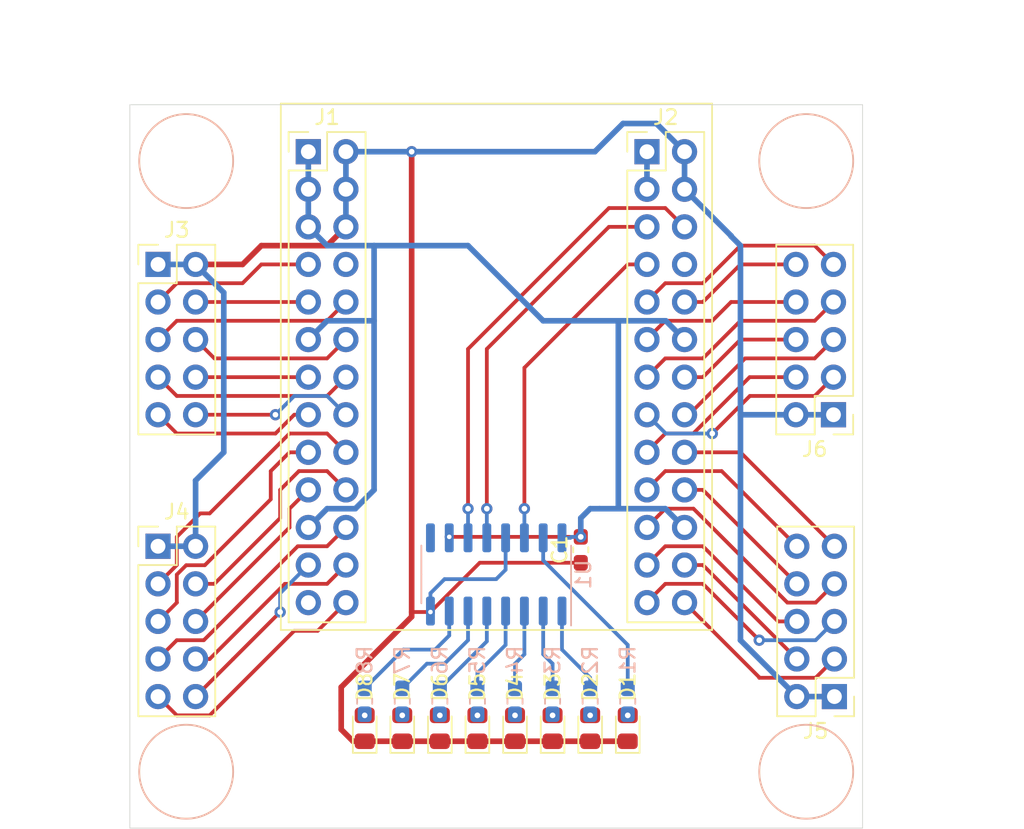
<source format=kicad_pcb>
(kicad_pcb (version 20171130) (host pcbnew "(5.1.5)-3")

  (general
    (thickness 1.6)
    (drawings 16)
    (tracks 272)
    (zones 0)
    (modules 28)
    (nets 55)
  )

  (page A4)
  (layers
    (0 F.Cu signal)
    (31 B.Cu signal)
    (32 B.Adhes user)
    (33 F.Adhes user)
    (34 B.Paste user)
    (35 F.Paste user)
    (36 B.SilkS user)
    (37 F.SilkS user)
    (38 B.Mask user)
    (39 F.Mask user)
    (40 Dwgs.User user)
    (41 Cmts.User user)
    (42 Eco1.User user)
    (43 Eco2.User user)
    (44 Edge.Cuts user)
    (45 Margin user)
    (46 B.CrtYd user)
    (47 F.CrtYd user)
    (48 B.Fab user hide)
    (49 F.Fab user hide)
  )

  (setup
    (last_trace_width 0.381)
    (user_trace_width 0.381)
    (trace_clearance 0.2032)
    (zone_clearance 0.508)
    (zone_45_only no)
    (trace_min 0.2)
    (via_size 0.762)
    (via_drill 0.381)
    (via_min_size 0.4)
    (via_min_drill 0.3)
    (user_via 0.6096 0.3048)
    (uvia_size 0.3)
    (uvia_drill 0.1)
    (uvias_allowed no)
    (uvia_min_size 0.2)
    (uvia_min_drill 0.1)
    (edge_width 0.05)
    (segment_width 0.2)
    (pcb_text_width 0.3)
    (pcb_text_size 1.5 1.5)
    (mod_edge_width 0.12)
    (mod_text_size 1 1)
    (mod_text_width 0.15)
    (pad_size 1.7 1.7)
    (pad_drill 1)
    (pad_to_mask_clearance 0.051)
    (solder_mask_min_width 0.25)
    (aux_axis_origin 0 0)
    (grid_origin 135 90)
    (visible_elements FFFFFF7F)
    (pcbplotparams
      (layerselection 0x010fc_ffffffff)
      (usegerberextensions false)
      (usegerberattributes false)
      (usegerberadvancedattributes false)
      (creategerberjobfile false)
      (excludeedgelayer true)
      (linewidth 0.100000)
      (plotframeref false)
      (viasonmask false)
      (mode 1)
      (useauxorigin false)
      (hpglpennumber 1)
      (hpglpenspeed 20)
      (hpglpendiameter 15.000000)
      (psnegative false)
      (psa4output false)
      (plotreference true)
      (plotvalue true)
      (plotinvisibletext false)
      (padsonsilk false)
      (subtractmaskfromsilk false)
      (outputformat 1)
      (mirror false)
      (drillshape 1)
      (scaleselection 1)
      (outputdirectory ""))
  )

  (net 0 "")
  (net 1 /D7-1)
  (net 2 /D5-1)
  (net 3 /D6-1)
  (net 4 /DTR-1)
  (net 5 +3V3)
  (net 6 /D2-1)
  (net 7 /D3-1)
  (net 8 /TX-1)
  (net 9 /RX-1)
  (net 10 /D6-0)
  (net 11 /D7-0)
  (net 12 /DTR-0)
  (net 13 /D5-0)
  (net 14 /D3-0)
  (net 15 /D2-0)
  (net 16 GND)
  (net 17 /TX-2)
  (net 18 /RX-2)
  (net 19 /D2-2)
  (net 20 /D3-2)
  (net 21 /DTR-2)
  (net 22 /D5-2)
  (net 23 /D6-2)
  (net 24 /D7-2)
  (net 25 /D2-3)
  (net 26 /RX-3)
  (net 27 /TX-3)
  (net 28 /D3-3)
  (net 29 /DTR-3)
  (net 30 /D5-3)
  (net 31 /D6-3)
  (net 32 /D7-3)
  (net 33 /VCC)
  (net 34 /RX-0)
  (net 35 /TX-0)
  (net 36 /Tx0R)
  (net 37 /Rx0R)
  (net 38 /Tx1R)
  (net 39 /Rx1R)
  (net 40 /Tx2R)
  (net 41 /Rx2R)
  (net 42 /Tx3R)
  (net 43 /Rx3R)
  (net 44 /EEData)
  (net 45 /EEClk)
  (net 46 /EECS)
  (net 47 /Tx0)
  (net 48 /Rx0)
  (net 49 /Tx1)
  (net 50 /Rx1)
  (net 51 /Tx2)
  (net 52 /Rx2)
  (net 53 /Tx3)
  (net 54 /Rx3)

  (net_class Default "This is the default net class."
    (clearance 0.2032)
    (trace_width 0.254)
    (via_dia 0.762)
    (via_drill 0.381)
    (uvia_dia 0.3)
    (uvia_drill 0.1)
    (add_net +3V3)
    (add_net /D2-0)
    (add_net /D2-1)
    (add_net /D2-2)
    (add_net /D2-3)
    (add_net /D3-0)
    (add_net /D3-1)
    (add_net /D3-2)
    (add_net /D3-3)
    (add_net /D5-0)
    (add_net /D5-1)
    (add_net /D5-2)
    (add_net /D5-3)
    (add_net /D6-0)
    (add_net /D6-1)
    (add_net /D6-2)
    (add_net /D6-3)
    (add_net /D7-0)
    (add_net /D7-1)
    (add_net /D7-2)
    (add_net /D7-3)
    (add_net /DTR-0)
    (add_net /DTR-1)
    (add_net /DTR-2)
    (add_net /DTR-3)
    (add_net /EECS)
    (add_net /EEClk)
    (add_net /EEData)
    (add_net /RX-0)
    (add_net /RX-1)
    (add_net /RX-2)
    (add_net /RX-3)
    (add_net /Rx0)
    (add_net /Rx0R)
    (add_net /Rx1)
    (add_net /Rx1R)
    (add_net /Rx2)
    (add_net /Rx2R)
    (add_net /Rx3)
    (add_net /Rx3R)
    (add_net /TX-0)
    (add_net /TX-1)
    (add_net /TX-2)
    (add_net /TX-3)
    (add_net /Tx0)
    (add_net /Tx0R)
    (add_net /Tx1)
    (add_net /Tx1R)
    (add_net /Tx2)
    (add_net /Tx2R)
    (add_net /Tx3)
    (add_net /Tx3R)
    (add_net /VCC)
    (add_net GND)
    (add_net "Net-(U1-Pad9)")
  )

  (module Package_SO:SOIC-16_3.9x9.9mm_P1.27mm (layer B.Cu) (tedit 5D9F72B1) (tstamp 6012161A)
    (at 147.7 118.575 90)
    (descr "SOIC, 16 Pin (JEDEC MS-012AC, https://www.analog.com/media/en/package-pcb-resources/package/pkg_pdf/soic_narrow-r/r_16.pdf), generated with kicad-footprint-generator ipc_gullwing_generator.py")
    (tags "SOIC SO")
    (path /60939749)
    (attr smd)
    (fp_text reference U1 (at 0 5.9 -90) (layer B.SilkS)
      (effects (font (size 1 1) (thickness 0.15)) (justify mirror))
    )
    (fp_text value 74HC595 (at 0 -5.9 -90) (layer B.Fab)
      (effects (font (size 1 1) (thickness 0.15)) (justify mirror))
    )
    (fp_text user %R (at 0 0 -90) (layer B.Fab)
      (effects (font (size 0.98 0.98) (thickness 0.15)) (justify mirror))
    )
    (fp_line (start 3.7 5.2) (end -3.7 5.2) (layer B.CrtYd) (width 0.05))
    (fp_line (start 3.7 -5.2) (end 3.7 5.2) (layer B.CrtYd) (width 0.05))
    (fp_line (start -3.7 -5.2) (end 3.7 -5.2) (layer B.CrtYd) (width 0.05))
    (fp_line (start -3.7 5.2) (end -3.7 -5.2) (layer B.CrtYd) (width 0.05))
    (fp_line (start -1.95 3.975) (end -0.975 4.95) (layer B.Fab) (width 0.1))
    (fp_line (start -1.95 -4.95) (end -1.95 3.975) (layer B.Fab) (width 0.1))
    (fp_line (start 1.95 -4.95) (end -1.95 -4.95) (layer B.Fab) (width 0.1))
    (fp_line (start 1.95 4.95) (end 1.95 -4.95) (layer B.Fab) (width 0.1))
    (fp_line (start -0.975 4.95) (end 1.95 4.95) (layer B.Fab) (width 0.1))
    (fp_line (start 0 5.06) (end -3.45 5.06) (layer B.SilkS) (width 0.12))
    (fp_line (start 0 5.06) (end 1.95 5.06) (layer B.SilkS) (width 0.12))
    (fp_line (start 0 -5.06) (end -1.95 -5.06) (layer B.SilkS) (width 0.12))
    (fp_line (start 0 -5.06) (end 1.95 -5.06) (layer B.SilkS) (width 0.12))
    (pad 16 smd roundrect (at 2.475 4.445 90) (size 1.95 0.6) (layers B.Cu B.Paste B.Mask) (roundrect_rratio 0.25)
      (net 5 +3V3))
    (pad 15 smd roundrect (at 2.475 3.175 90) (size 1.95 0.6) (layers B.Cu B.Paste B.Mask) (roundrect_rratio 0.25)
      (net 47 /Tx0))
    (pad 14 smd roundrect (at 2.475 1.905 90) (size 1.95 0.6) (layers B.Cu B.Paste B.Mask) (roundrect_rratio 0.25)
      (net 44 /EEData))
    (pad 13 smd roundrect (at 2.475 0.635 90) (size 1.95 0.6) (layers B.Cu B.Paste B.Mask) (roundrect_rratio 0.25)
      (net 16 GND))
    (pad 12 smd roundrect (at 2.475 -0.635 90) (size 1.95 0.6) (layers B.Cu B.Paste B.Mask) (roundrect_rratio 0.25)
      (net 46 /EECS))
    (pad 11 smd roundrect (at 2.475 -1.905 90) (size 1.95 0.6) (layers B.Cu B.Paste B.Mask) (roundrect_rratio 0.25)
      (net 45 /EEClk))
    (pad 10 smd roundrect (at 2.475 -3.175 90) (size 1.95 0.6) (layers B.Cu B.Paste B.Mask) (roundrect_rratio 0.25)
      (net 5 +3V3))
    (pad 9 smd roundrect (at 2.475 -4.445 90) (size 1.95 0.6) (layers B.Cu B.Paste B.Mask) (roundrect_rratio 0.25))
    (pad 8 smd roundrect (at -2.475 -4.445 90) (size 1.95 0.6) (layers B.Cu B.Paste B.Mask) (roundrect_rratio 0.25)
      (net 16 GND))
    (pad 7 smd roundrect (at -2.475 -3.175 90) (size 1.95 0.6) (layers B.Cu B.Paste B.Mask) (roundrect_rratio 0.25)
      (net 54 /Rx3))
    (pad 6 smd roundrect (at -2.475 -1.905 90) (size 1.95 0.6) (layers B.Cu B.Paste B.Mask) (roundrect_rratio 0.25)
      (net 53 /Tx3))
    (pad 5 smd roundrect (at -2.475 -0.635 90) (size 1.95 0.6) (layers B.Cu B.Paste B.Mask) (roundrect_rratio 0.25)
      (net 52 /Rx2))
    (pad 4 smd roundrect (at -2.475 0.635 90) (size 1.95 0.6) (layers B.Cu B.Paste B.Mask) (roundrect_rratio 0.25)
      (net 51 /Tx2))
    (pad 3 smd roundrect (at -2.475 1.905 90) (size 1.95 0.6) (layers B.Cu B.Paste B.Mask) (roundrect_rratio 0.25)
      (net 50 /Rx1))
    (pad 2 smd roundrect (at -2.475 3.175 90) (size 1.95 0.6) (layers B.Cu B.Paste B.Mask) (roundrect_rratio 0.25)
      (net 49 /Tx1))
    (pad 1 smd roundrect (at -2.475 4.445 90) (size 1.95 0.6) (layers B.Cu B.Paste B.Mask) (roundrect_rratio 0.25)
      (net 48 /Rx0))
    (model ${KISYS3DMOD}/Package_SO.3dshapes/SOIC-16_3.9x9.9mm_P1.27mm.wrl
      (at (xyz 0 0 0))
      (scale (xyz 1 1 1))
      (rotate (xyz 0 0 0))
    )
  )

  (module Resistor_SMD:R_0603_1608Metric_Pad1.05x0.95mm_HandSolder (layer B.Cu) (tedit 5B301BBD) (tstamp 601222F8)
    (at 138.81 127.1475 270)
    (descr "Resistor SMD 0603 (1608 Metric), square (rectangular) end terminal, IPC_7351 nominal with elongated pad for handsoldering. (Body size source: http://www.tortai-tech.com/upload/download/2011102023233369053.pdf), generated with kicad-footprint-generator")
    (tags "resistor handsolder")
    (path /609397F5)
    (attr smd)
    (fp_text reference R8 (at -2.78 0 270) (layer B.SilkS)
      (effects (font (size 1 1) (thickness 0.15)) (justify mirror))
    )
    (fp_text value 5.1k (at 0 -1.43 270) (layer B.Fab)
      (effects (font (size 1 1) (thickness 0.15)) (justify mirror))
    )
    (fp_text user %R (at 0 0 270) (layer B.Fab)
      (effects (font (size 0.4 0.4) (thickness 0.06)) (justify mirror))
    )
    (fp_line (start 1.65 -0.73) (end -1.65 -0.73) (layer B.CrtYd) (width 0.05))
    (fp_line (start 1.65 0.73) (end 1.65 -0.73) (layer B.CrtYd) (width 0.05))
    (fp_line (start -1.65 0.73) (end 1.65 0.73) (layer B.CrtYd) (width 0.05))
    (fp_line (start -1.65 -0.73) (end -1.65 0.73) (layer B.CrtYd) (width 0.05))
    (fp_line (start -0.171267 -0.51) (end 0.171267 -0.51) (layer B.SilkS) (width 0.12))
    (fp_line (start -0.171267 0.51) (end 0.171267 0.51) (layer B.SilkS) (width 0.12))
    (fp_line (start 0.8 -0.4) (end -0.8 -0.4) (layer B.Fab) (width 0.1))
    (fp_line (start 0.8 0.4) (end 0.8 -0.4) (layer B.Fab) (width 0.1))
    (fp_line (start -0.8 0.4) (end 0.8 0.4) (layer B.Fab) (width 0.1))
    (fp_line (start -0.8 -0.4) (end -0.8 0.4) (layer B.Fab) (width 0.1))
    (pad 2 smd roundrect (at 0.875 0 270) (size 1.05 0.95) (layers B.Cu B.Paste B.Mask) (roundrect_rratio 0.25)
      (net 43 /Rx3R))
    (pad 1 smd roundrect (at -0.875 0 270) (size 1.05 0.95) (layers B.Cu B.Paste B.Mask) (roundrect_rratio 0.25)
      (net 54 /Rx3))
    (model ${KISYS3DMOD}/Resistor_SMD.3dshapes/R_0603_1608Metric.wrl
      (at (xyz 0 0 0))
      (scale (xyz 1 1 1))
      (rotate (xyz 0 0 0))
    )
  )

  (module Resistor_SMD:R_0603_1608Metric_Pad1.05x0.95mm_HandSolder (layer B.Cu) (tedit 5B301BBD) (tstamp 601220CA)
    (at 141.35 127.1475 270)
    (descr "Resistor SMD 0603 (1608 Metric), square (rectangular) end terminal, IPC_7351 nominal with elongated pad for handsoldering. (Body size source: http://www.tortai-tech.com/upload/download/2011102023233369053.pdf), generated with kicad-footprint-generator")
    (tags "resistor handsolder")
    (path /609397E2)
    (attr smd)
    (fp_text reference R7 (at -2.78 0 270) (layer B.SilkS)
      (effects (font (size 1 1) (thickness 0.15)) (justify mirror))
    )
    (fp_text value 5.1k (at 0 -1.43 270) (layer B.Fab)
      (effects (font (size 1 1) (thickness 0.15)) (justify mirror))
    )
    (fp_text user %R (at 0 0 270) (layer B.Fab)
      (effects (font (size 0.4 0.4) (thickness 0.06)) (justify mirror))
    )
    (fp_line (start 1.65 -0.73) (end -1.65 -0.73) (layer B.CrtYd) (width 0.05))
    (fp_line (start 1.65 0.73) (end 1.65 -0.73) (layer B.CrtYd) (width 0.05))
    (fp_line (start -1.65 0.73) (end 1.65 0.73) (layer B.CrtYd) (width 0.05))
    (fp_line (start -1.65 -0.73) (end -1.65 0.73) (layer B.CrtYd) (width 0.05))
    (fp_line (start -0.171267 -0.51) (end 0.171267 -0.51) (layer B.SilkS) (width 0.12))
    (fp_line (start -0.171267 0.51) (end 0.171267 0.51) (layer B.SilkS) (width 0.12))
    (fp_line (start 0.8 -0.4) (end -0.8 -0.4) (layer B.Fab) (width 0.1))
    (fp_line (start 0.8 0.4) (end 0.8 -0.4) (layer B.Fab) (width 0.1))
    (fp_line (start -0.8 0.4) (end 0.8 0.4) (layer B.Fab) (width 0.1))
    (fp_line (start -0.8 -0.4) (end -0.8 0.4) (layer B.Fab) (width 0.1))
    (pad 2 smd roundrect (at 0.875 0 270) (size 1.05 0.95) (layers B.Cu B.Paste B.Mask) (roundrect_rratio 0.25)
      (net 42 /Tx3R))
    (pad 1 smd roundrect (at -0.875 0 270) (size 1.05 0.95) (layers B.Cu B.Paste B.Mask) (roundrect_rratio 0.25)
      (net 53 /Tx3))
    (model ${KISYS3DMOD}/Resistor_SMD.3dshapes/R_0603_1608Metric.wrl
      (at (xyz 0 0 0))
      (scale (xyz 1 1 1))
      (rotate (xyz 0 0 0))
    )
  )

  (module Resistor_SMD:R_0603_1608Metric_Pad1.05x0.95mm_HandSolder (layer B.Cu) (tedit 5B301BBD) (tstamp 60122064)
    (at 143.89 127.1475 270)
    (descr "Resistor SMD 0603 (1608 Metric), square (rectangular) end terminal, IPC_7351 nominal with elongated pad for handsoldering. (Body size source: http://www.tortai-tech.com/upload/download/2011102023233369053.pdf), generated with kicad-footprint-generator")
    (tags "resistor handsolder")
    (path /609397CF)
    (attr smd)
    (fp_text reference R6 (at -2.78 0 270) (layer B.SilkS)
      (effects (font (size 1 1) (thickness 0.15)) (justify mirror))
    )
    (fp_text value 5.1k (at 0 -1.43 270) (layer B.Fab)
      (effects (font (size 1 1) (thickness 0.15)) (justify mirror))
    )
    (fp_text user %R (at 0 0 270) (layer B.Fab)
      (effects (font (size 0.4 0.4) (thickness 0.06)) (justify mirror))
    )
    (fp_line (start 1.65 -0.73) (end -1.65 -0.73) (layer B.CrtYd) (width 0.05))
    (fp_line (start 1.65 0.73) (end 1.65 -0.73) (layer B.CrtYd) (width 0.05))
    (fp_line (start -1.65 0.73) (end 1.65 0.73) (layer B.CrtYd) (width 0.05))
    (fp_line (start -1.65 -0.73) (end -1.65 0.73) (layer B.CrtYd) (width 0.05))
    (fp_line (start -0.171267 -0.51) (end 0.171267 -0.51) (layer B.SilkS) (width 0.12))
    (fp_line (start -0.171267 0.51) (end 0.171267 0.51) (layer B.SilkS) (width 0.12))
    (fp_line (start 0.8 -0.4) (end -0.8 -0.4) (layer B.Fab) (width 0.1))
    (fp_line (start 0.8 0.4) (end 0.8 -0.4) (layer B.Fab) (width 0.1))
    (fp_line (start -0.8 0.4) (end 0.8 0.4) (layer B.Fab) (width 0.1))
    (fp_line (start -0.8 -0.4) (end -0.8 0.4) (layer B.Fab) (width 0.1))
    (pad 2 smd roundrect (at 0.875 0 270) (size 1.05 0.95) (layers B.Cu B.Paste B.Mask) (roundrect_rratio 0.25)
      (net 41 /Rx2R))
    (pad 1 smd roundrect (at -0.875 0 270) (size 1.05 0.95) (layers B.Cu B.Paste B.Mask) (roundrect_rratio 0.25)
      (net 52 /Rx2))
    (model ${KISYS3DMOD}/Resistor_SMD.3dshapes/R_0603_1608Metric.wrl
      (at (xyz 0 0 0))
      (scale (xyz 1 1 1))
      (rotate (xyz 0 0 0))
    )
  )

  (module Resistor_SMD:R_0603_1608Metric_Pad1.05x0.95mm_HandSolder (layer B.Cu) (tedit 5B301BBD) (tstamp 60122130)
    (at 146.43 127.1475 270)
    (descr "Resistor SMD 0603 (1608 Metric), square (rectangular) end terminal, IPC_7351 nominal with elongated pad for handsoldering. (Body size source: http://www.tortai-tech.com/upload/download/2011102023233369053.pdf), generated with kicad-footprint-generator")
    (tags "resistor handsolder")
    (path /609397BC)
    (attr smd)
    (fp_text reference R5 (at -2.78 0 270) (layer B.SilkS)
      (effects (font (size 1 1) (thickness 0.15)) (justify mirror))
    )
    (fp_text value 5.1k (at 0 -1.43 270) (layer B.Fab)
      (effects (font (size 1 1) (thickness 0.15)) (justify mirror))
    )
    (fp_text user %R (at 0 0 270) (layer B.Fab)
      (effects (font (size 0.4 0.4) (thickness 0.06)) (justify mirror))
    )
    (fp_line (start 1.65 -0.73) (end -1.65 -0.73) (layer B.CrtYd) (width 0.05))
    (fp_line (start 1.65 0.73) (end 1.65 -0.73) (layer B.CrtYd) (width 0.05))
    (fp_line (start -1.65 0.73) (end 1.65 0.73) (layer B.CrtYd) (width 0.05))
    (fp_line (start -1.65 -0.73) (end -1.65 0.73) (layer B.CrtYd) (width 0.05))
    (fp_line (start -0.171267 -0.51) (end 0.171267 -0.51) (layer B.SilkS) (width 0.12))
    (fp_line (start -0.171267 0.51) (end 0.171267 0.51) (layer B.SilkS) (width 0.12))
    (fp_line (start 0.8 -0.4) (end -0.8 -0.4) (layer B.Fab) (width 0.1))
    (fp_line (start 0.8 0.4) (end 0.8 -0.4) (layer B.Fab) (width 0.1))
    (fp_line (start -0.8 0.4) (end 0.8 0.4) (layer B.Fab) (width 0.1))
    (fp_line (start -0.8 -0.4) (end -0.8 0.4) (layer B.Fab) (width 0.1))
    (pad 2 smd roundrect (at 0.875 0 270) (size 1.05 0.95) (layers B.Cu B.Paste B.Mask) (roundrect_rratio 0.25)
      (net 40 /Tx2R))
    (pad 1 smd roundrect (at -0.875 0 270) (size 1.05 0.95) (layers B.Cu B.Paste B.Mask) (roundrect_rratio 0.25)
      (net 51 /Tx2))
    (model ${KISYS3DMOD}/Resistor_SMD.3dshapes/R_0603_1608Metric.wrl
      (at (xyz 0 0 0))
      (scale (xyz 1 1 1))
      (rotate (xyz 0 0 0))
    )
  )

  (module Resistor_SMD:R_0603_1608Metric_Pad1.05x0.95mm_HandSolder (layer B.Cu) (tedit 5B301BBD) (tstamp 601222C8)
    (at 148.97 127.1475 270)
    (descr "Resistor SMD 0603 (1608 Metric), square (rectangular) end terminal, IPC_7351 nominal with elongated pad for handsoldering. (Body size source: http://www.tortai-tech.com/upload/download/2011102023233369053.pdf), generated with kicad-footprint-generator")
    (tags "resistor handsolder")
    (path /609397A9)
    (attr smd)
    (fp_text reference R4 (at -2.78 0 270) (layer B.SilkS)
      (effects (font (size 1 1) (thickness 0.15)) (justify mirror))
    )
    (fp_text value 5.1k (at 0 -1.43 270) (layer B.Fab)
      (effects (font (size 1 1) (thickness 0.15)) (justify mirror))
    )
    (fp_text user %R (at 0 0 270) (layer B.Fab)
      (effects (font (size 0.4 0.4) (thickness 0.06)) (justify mirror))
    )
    (fp_line (start 1.65 -0.73) (end -1.65 -0.73) (layer B.CrtYd) (width 0.05))
    (fp_line (start 1.65 0.73) (end 1.65 -0.73) (layer B.CrtYd) (width 0.05))
    (fp_line (start -1.65 0.73) (end 1.65 0.73) (layer B.CrtYd) (width 0.05))
    (fp_line (start -1.65 -0.73) (end -1.65 0.73) (layer B.CrtYd) (width 0.05))
    (fp_line (start -0.171267 -0.51) (end 0.171267 -0.51) (layer B.SilkS) (width 0.12))
    (fp_line (start -0.171267 0.51) (end 0.171267 0.51) (layer B.SilkS) (width 0.12))
    (fp_line (start 0.8 -0.4) (end -0.8 -0.4) (layer B.Fab) (width 0.1))
    (fp_line (start 0.8 0.4) (end 0.8 -0.4) (layer B.Fab) (width 0.1))
    (fp_line (start -0.8 0.4) (end 0.8 0.4) (layer B.Fab) (width 0.1))
    (fp_line (start -0.8 -0.4) (end -0.8 0.4) (layer B.Fab) (width 0.1))
    (pad 2 smd roundrect (at 0.875 0 270) (size 1.05 0.95) (layers B.Cu B.Paste B.Mask) (roundrect_rratio 0.25)
      (net 39 /Rx1R))
    (pad 1 smd roundrect (at -0.875 0 270) (size 1.05 0.95) (layers B.Cu B.Paste B.Mask) (roundrect_rratio 0.25)
      (net 50 /Rx1))
    (model ${KISYS3DMOD}/Resistor_SMD.3dshapes/R_0603_1608Metric.wrl
      (at (xyz 0 0 0))
      (scale (xyz 1 1 1))
      (rotate (xyz 0 0 0))
    )
  )

  (module Resistor_SMD:R_0603_1608Metric_Pad1.05x0.95mm_HandSolder (layer B.Cu) (tedit 5B301BBD) (tstamp 60122232)
    (at 151.51 127.1475 270)
    (descr "Resistor SMD 0603 (1608 Metric), square (rectangular) end terminal, IPC_7351 nominal with elongated pad for handsoldering. (Body size source: http://www.tortai-tech.com/upload/download/2011102023233369053.pdf), generated with kicad-footprint-generator")
    (tags "resistor handsolder")
    (path /60939796)
    (attr smd)
    (fp_text reference R3 (at -2.78 0 270) (layer B.SilkS)
      (effects (font (size 1 1) (thickness 0.15)) (justify mirror))
    )
    (fp_text value 5.1k (at 0 -1.43 270) (layer B.Fab)
      (effects (font (size 1 1) (thickness 0.15)) (justify mirror))
    )
    (fp_text user %R (at 0 0 270) (layer B.Fab)
      (effects (font (size 0.4 0.4) (thickness 0.06)) (justify mirror))
    )
    (fp_line (start 1.65 -0.73) (end -1.65 -0.73) (layer B.CrtYd) (width 0.05))
    (fp_line (start 1.65 0.73) (end 1.65 -0.73) (layer B.CrtYd) (width 0.05))
    (fp_line (start -1.65 0.73) (end 1.65 0.73) (layer B.CrtYd) (width 0.05))
    (fp_line (start -1.65 -0.73) (end -1.65 0.73) (layer B.CrtYd) (width 0.05))
    (fp_line (start -0.171267 -0.51) (end 0.171267 -0.51) (layer B.SilkS) (width 0.12))
    (fp_line (start -0.171267 0.51) (end 0.171267 0.51) (layer B.SilkS) (width 0.12))
    (fp_line (start 0.8 -0.4) (end -0.8 -0.4) (layer B.Fab) (width 0.1))
    (fp_line (start 0.8 0.4) (end 0.8 -0.4) (layer B.Fab) (width 0.1))
    (fp_line (start -0.8 0.4) (end 0.8 0.4) (layer B.Fab) (width 0.1))
    (fp_line (start -0.8 -0.4) (end -0.8 0.4) (layer B.Fab) (width 0.1))
    (pad 2 smd roundrect (at 0.875 0 270) (size 1.05 0.95) (layers B.Cu B.Paste B.Mask) (roundrect_rratio 0.25)
      (net 38 /Tx1R))
    (pad 1 smd roundrect (at -0.875 0 270) (size 1.05 0.95) (layers B.Cu B.Paste B.Mask) (roundrect_rratio 0.25)
      (net 49 /Tx1))
    (model ${KISYS3DMOD}/Resistor_SMD.3dshapes/R_0603_1608Metric.wrl
      (at (xyz 0 0 0))
      (scale (xyz 1 1 1))
      (rotate (xyz 0 0 0))
    )
  )

  (module Resistor_SMD:R_0603_1608Metric_Pad1.05x0.95mm_HandSolder (layer B.Cu) (tedit 5B301BBD) (tstamp 60122160)
    (at 154.05 127.1475 270)
    (descr "Resistor SMD 0603 (1608 Metric), square (rectangular) end terminal, IPC_7351 nominal with elongated pad for handsoldering. (Body size source: http://www.tortai-tech.com/upload/download/2011102023233369053.pdf), generated with kicad-footprint-generator")
    (tags "resistor handsolder")
    (path /60939783)
    (attr smd)
    (fp_text reference R2 (at -2.78 0 270) (layer B.SilkS)
      (effects (font (size 1 1) (thickness 0.15)) (justify mirror))
    )
    (fp_text value 5.1k (at 0 -1.43 270) (layer B.Fab)
      (effects (font (size 1 1) (thickness 0.15)) (justify mirror))
    )
    (fp_text user %R (at 0 0 270) (layer B.Fab)
      (effects (font (size 0.4 0.4) (thickness 0.06)) (justify mirror))
    )
    (fp_line (start 1.65 -0.73) (end -1.65 -0.73) (layer B.CrtYd) (width 0.05))
    (fp_line (start 1.65 0.73) (end 1.65 -0.73) (layer B.CrtYd) (width 0.05))
    (fp_line (start -1.65 0.73) (end 1.65 0.73) (layer B.CrtYd) (width 0.05))
    (fp_line (start -1.65 -0.73) (end -1.65 0.73) (layer B.CrtYd) (width 0.05))
    (fp_line (start -0.171267 -0.51) (end 0.171267 -0.51) (layer B.SilkS) (width 0.12))
    (fp_line (start -0.171267 0.51) (end 0.171267 0.51) (layer B.SilkS) (width 0.12))
    (fp_line (start 0.8 -0.4) (end -0.8 -0.4) (layer B.Fab) (width 0.1))
    (fp_line (start 0.8 0.4) (end 0.8 -0.4) (layer B.Fab) (width 0.1))
    (fp_line (start -0.8 0.4) (end 0.8 0.4) (layer B.Fab) (width 0.1))
    (fp_line (start -0.8 -0.4) (end -0.8 0.4) (layer B.Fab) (width 0.1))
    (pad 2 smd roundrect (at 0.875 0 270) (size 1.05 0.95) (layers B.Cu B.Paste B.Mask) (roundrect_rratio 0.25)
      (net 37 /Rx0R))
    (pad 1 smd roundrect (at -0.875 0 270) (size 1.05 0.95) (layers B.Cu B.Paste B.Mask) (roundrect_rratio 0.25)
      (net 48 /Rx0))
    (model ${KISYS3DMOD}/Resistor_SMD.3dshapes/R_0603_1608Metric.wrl
      (at (xyz 0 0 0))
      (scale (xyz 1 1 1))
      (rotate (xyz 0 0 0))
    )
  )

  (module Resistor_SMD:R_0603_1608Metric_Pad1.05x0.95mm_HandSolder (layer B.Cu) (tedit 5B301BBD) (tstamp 60122298)
    (at 156.59 127.1475 270)
    (descr "Resistor SMD 0603 (1608 Metric), square (rectangular) end terminal, IPC_7351 nominal with elongated pad for handsoldering. (Body size source: http://www.tortai-tech.com/upload/download/2011102023233369053.pdf), generated with kicad-footprint-generator")
    (tags "resistor handsolder")
    (path /60939770)
    (attr smd)
    (fp_text reference R1 (at -2.78 0 270) (layer B.SilkS)
      (effects (font (size 1 1) (thickness 0.15)) (justify mirror))
    )
    (fp_text value 5.1k (at 0 -1.43 270) (layer B.Fab)
      (effects (font (size 1 1) (thickness 0.15)) (justify mirror))
    )
    (fp_text user %R (at 0 0 270) (layer B.Fab)
      (effects (font (size 0.4 0.4) (thickness 0.06)) (justify mirror))
    )
    (fp_line (start 1.65 -0.73) (end -1.65 -0.73) (layer B.CrtYd) (width 0.05))
    (fp_line (start 1.65 0.73) (end 1.65 -0.73) (layer B.CrtYd) (width 0.05))
    (fp_line (start -1.65 0.73) (end 1.65 0.73) (layer B.CrtYd) (width 0.05))
    (fp_line (start -1.65 -0.73) (end -1.65 0.73) (layer B.CrtYd) (width 0.05))
    (fp_line (start -0.171267 -0.51) (end 0.171267 -0.51) (layer B.SilkS) (width 0.12))
    (fp_line (start -0.171267 0.51) (end 0.171267 0.51) (layer B.SilkS) (width 0.12))
    (fp_line (start 0.8 -0.4) (end -0.8 -0.4) (layer B.Fab) (width 0.1))
    (fp_line (start 0.8 0.4) (end 0.8 -0.4) (layer B.Fab) (width 0.1))
    (fp_line (start -0.8 0.4) (end 0.8 0.4) (layer B.Fab) (width 0.1))
    (fp_line (start -0.8 -0.4) (end -0.8 0.4) (layer B.Fab) (width 0.1))
    (pad 2 smd roundrect (at 0.875 0 270) (size 1.05 0.95) (layers B.Cu B.Paste B.Mask) (roundrect_rratio 0.25)
      (net 36 /Tx0R))
    (pad 1 smd roundrect (at -0.875 0 270) (size 1.05 0.95) (layers B.Cu B.Paste B.Mask) (roundrect_rratio 0.25)
      (net 47 /Tx0))
    (model ${KISYS3DMOD}/Resistor_SMD.3dshapes/R_0603_1608Metric.wrl
      (at (xyz 0 0 0))
      (scale (xyz 1 1 1))
      (rotate (xyz 0 0 0))
    )
  )

  (module "0MiscParts:MountingHole _1-8_1-4" (layer F.Cu) (tedit 5E4292CA) (tstamp 601213BC)
    (at 126.745 90.635 270)
    (path /6095DFB4)
    (fp_text reference H4 (at 0 2.032 90) (layer F.Fab)
      (effects (font (size 1 1) (thickness 0.15)))
    )
    (fp_text value MountingHole (at 0 -2.032 90) (layer F.Fab)
      (effects (font (size 1 1) (thickness 0.15)))
    )
    (fp_circle (center 0 0) (end 3.175 0) (layer B.SilkS) (width 0.12))
    (fp_circle (center 0 0) (end 3.175 0) (layer F.SilkS) (width 0.12))
    (pad "" np_thru_hole circle (at 0 0 270) (size 3.175 3.175) (drill 3.175) (layers *.Cu *.Mask))
  )

  (module "0MiscParts:MountingHole _1-8_1-4" (layer F.Cu) (tedit 5E4292CA) (tstamp 601213B5)
    (at 168.655 90.635 270)
    (path /6095DE6D)
    (fp_text reference H3 (at 0 2.032 90) (layer F.Fab)
      (effects (font (size 1 1) (thickness 0.15)))
    )
    (fp_text value MountingHole (at 0 -2.032 90) (layer F.Fab)
      (effects (font (size 1 1) (thickness 0.15)))
    )
    (fp_circle (center 0 0) (end 3.175 0) (layer B.SilkS) (width 0.12))
    (fp_circle (center 0 0) (end 3.175 0) (layer F.SilkS) (width 0.12))
    (pad "" np_thru_hole circle (at 0 0 270) (size 3.175 3.175) (drill 3.175) (layers *.Cu *.Mask))
  )

  (module "0MiscParts:MountingHole _1-8_1-4" (layer F.Cu) (tedit 5E4292CA) (tstamp 601213AE)
    (at 126.745 131.91 270)
    (path /6095DC07)
    (fp_text reference H2 (at 0 2.032 90) (layer F.Fab)
      (effects (font (size 1 1) (thickness 0.15)))
    )
    (fp_text value MountingHole (at 0 -2.032 90) (layer F.Fab)
      (effects (font (size 1 1) (thickness 0.15)))
    )
    (fp_circle (center 0 0) (end 3.175 0) (layer B.SilkS) (width 0.12))
    (fp_circle (center 0 0) (end 3.175 0) (layer F.SilkS) (width 0.12))
    (pad "" np_thru_hole circle (at 0 0 270) (size 3.175 3.175) (drill 3.175) (layers *.Cu *.Mask))
  )

  (module "0MiscParts:MountingHole _1-8_1-4" (layer F.Cu) (tedit 5E4292CA) (tstamp 601213A7)
    (at 168.655 131.91 270)
    (path /6095D43C)
    (fp_text reference H1 (at 0 2.032 90) (layer F.Fab)
      (effects (font (size 1 1) (thickness 0.15)))
    )
    (fp_text value MountingHole (at 0 -2.032 90) (layer F.Fab)
      (effects (font (size 1 1) (thickness 0.15)))
    )
    (fp_circle (center 0 0) (end 3.175 0) (layer B.SilkS) (width 0.12))
    (fp_circle (center 0 0) (end 3.175 0) (layer F.SilkS) (width 0.12))
    (pad "" np_thru_hole circle (at 0 0 270) (size 3.175 3.175) (drill 3.175) (layers *.Cu *.Mask))
  )

  (module 0MiscParts:LED_0603_1608Metric_Pad1.05x1.35mm_HandSolder (layer F.Cu) (tedit 600B5D9F) (tstamp 601220FC)
    (at 138.81 128.975 90)
    (descr "LED SMD 0603 (1608 Metric), square (rectangular) end terminal, IPC_7351 nominal, (Body size source: http://www.tortai-tech.com/upload/download/2011102023233369053.pdf), generated with kicad-footprint-generator")
    (tags "LED handsolder")
    (path /609397FB)
    (attr smd)
    (fp_text reference D8 (at 2.78 0 90) (layer F.SilkS)
      (effects (font (size 1 1) (thickness 0.15)))
    )
    (fp_text value LED (at 0 1.6 90) (layer F.Fab)
      (effects (font (size 1 1) (thickness 0.15)))
    )
    (fp_text user %R (at 0 0 90) (layer F.Fab)
      (effects (font (size 0.4 0.4) (thickness 0.06)))
    )
    (fp_line (start 1.65 0.8) (end -1.65 0.8) (layer F.CrtYd) (width 0.05))
    (fp_line (start 1.65 -0.8) (end 1.65 0.8) (layer F.CrtYd) (width 0.05))
    (fp_line (start -1.65 -0.8) (end 1.65 -0.8) (layer F.CrtYd) (width 0.05))
    (fp_line (start -1.65 0.8) (end -1.65 -0.8) (layer F.CrtYd) (width 0.05))
    (fp_line (start -1.66 0.8) (end 0.8 0.8) (layer F.SilkS) (width 0.12))
    (fp_line (start -1.66 -0.8) (end -1.66 0.8) (layer F.SilkS) (width 0.12))
    (fp_line (start 0.8 -0.8) (end -1.66 -0.8) (layer F.SilkS) (width 0.12))
    (fp_line (start 0.8 0.4) (end 0.8 -0.4) (layer F.Fab) (width 0.1))
    (fp_line (start -0.8 0.4) (end 0.8 0.4) (layer F.Fab) (width 0.1))
    (fp_line (start -0.8 -0.1) (end -0.8 0.4) (layer F.Fab) (width 0.1))
    (fp_line (start -0.5 -0.4) (end -0.8 -0.1) (layer F.Fab) (width 0.1))
    (fp_line (start 0.8 -0.4) (end -0.5 -0.4) (layer F.Fab) (width 0.1))
    (pad 2 smd roundrect (at 0.875 0 90) (size 1.05 1.35) (layers F.Cu F.Paste F.Mask) (roundrect_rratio 0.25)
      (net 43 /Rx3R))
    (pad 1 smd roundrect (at -0.875 0 90) (size 1.05 1.35) (layers F.Cu F.Paste F.Mask) (roundrect_rratio 0.25)
      (net 16 GND))
    (model ${KISYS3DMOD}/LED_SMD.3dshapes/LED_0603_1608Metric.wrl
      (at (xyz 0 0 0))
      (scale (xyz 1 1 1))
      (rotate (xyz 0 0 0))
    )
  )

  (module 0MiscParts:LED_0603_1608Metric_Pad1.05x1.35mm_HandSolder (layer F.Cu) (tedit 600B5D9F) (tstamp 60122192)
    (at 141.35 128.975 90)
    (descr "LED SMD 0603 (1608 Metric), square (rectangular) end terminal, IPC_7351 nominal, (Body size source: http://www.tortai-tech.com/upload/download/2011102023233369053.pdf), generated with kicad-footprint-generator")
    (tags "LED handsolder")
    (path /609397E8)
    (attr smd)
    (fp_text reference D7 (at 2.78 0 90) (layer F.SilkS)
      (effects (font (size 1 1) (thickness 0.15)))
    )
    (fp_text value LED (at 0 1.6 90) (layer F.Fab)
      (effects (font (size 1 1) (thickness 0.15)))
    )
    (fp_text user %R (at 0 0 90) (layer F.Fab)
      (effects (font (size 0.4 0.4) (thickness 0.06)))
    )
    (fp_line (start 1.65 0.8) (end -1.65 0.8) (layer F.CrtYd) (width 0.05))
    (fp_line (start 1.65 -0.8) (end 1.65 0.8) (layer F.CrtYd) (width 0.05))
    (fp_line (start -1.65 -0.8) (end 1.65 -0.8) (layer F.CrtYd) (width 0.05))
    (fp_line (start -1.65 0.8) (end -1.65 -0.8) (layer F.CrtYd) (width 0.05))
    (fp_line (start -1.66 0.8) (end 0.8 0.8) (layer F.SilkS) (width 0.12))
    (fp_line (start -1.66 -0.8) (end -1.66 0.8) (layer F.SilkS) (width 0.12))
    (fp_line (start 0.8 -0.8) (end -1.66 -0.8) (layer F.SilkS) (width 0.12))
    (fp_line (start 0.8 0.4) (end 0.8 -0.4) (layer F.Fab) (width 0.1))
    (fp_line (start -0.8 0.4) (end 0.8 0.4) (layer F.Fab) (width 0.1))
    (fp_line (start -0.8 -0.1) (end -0.8 0.4) (layer F.Fab) (width 0.1))
    (fp_line (start -0.5 -0.4) (end -0.8 -0.1) (layer F.Fab) (width 0.1))
    (fp_line (start 0.8 -0.4) (end -0.5 -0.4) (layer F.Fab) (width 0.1))
    (pad 2 smd roundrect (at 0.875 0 90) (size 1.05 1.35) (layers F.Cu F.Paste F.Mask) (roundrect_rratio 0.25)
      (net 42 /Tx3R))
    (pad 1 smd roundrect (at -0.875 0 90) (size 1.05 1.35) (layers F.Cu F.Paste F.Mask) (roundrect_rratio 0.25)
      (net 16 GND))
    (model ${KISYS3DMOD}/LED_SMD.3dshapes/LED_0603_1608Metric.wrl
      (at (xyz 0 0 0))
      (scale (xyz 1 1 1))
      (rotate (xyz 0 0 0))
    )
  )

  (module 0MiscParts:LED_0603_1608Metric_Pad1.05x1.35mm_HandSolder (layer F.Cu) (tedit 600B5D9F) (tstamp 60122264)
    (at 143.89 128.975 90)
    (descr "LED SMD 0603 (1608 Metric), square (rectangular) end terminal, IPC_7351 nominal, (Body size source: http://www.tortai-tech.com/upload/download/2011102023233369053.pdf), generated with kicad-footprint-generator")
    (tags "LED handsolder")
    (path /609397D5)
    (attr smd)
    (fp_text reference D6 (at 2.78 0 90) (layer F.SilkS)
      (effects (font (size 1 1) (thickness 0.15)))
    )
    (fp_text value LED (at 0 1.6 90) (layer F.Fab)
      (effects (font (size 1 1) (thickness 0.15)))
    )
    (fp_text user %R (at 0 0 90) (layer F.Fab)
      (effects (font (size 0.4 0.4) (thickness 0.06)))
    )
    (fp_line (start 1.65 0.8) (end -1.65 0.8) (layer F.CrtYd) (width 0.05))
    (fp_line (start 1.65 -0.8) (end 1.65 0.8) (layer F.CrtYd) (width 0.05))
    (fp_line (start -1.65 -0.8) (end 1.65 -0.8) (layer F.CrtYd) (width 0.05))
    (fp_line (start -1.65 0.8) (end -1.65 -0.8) (layer F.CrtYd) (width 0.05))
    (fp_line (start -1.66 0.8) (end 0.8 0.8) (layer F.SilkS) (width 0.12))
    (fp_line (start -1.66 -0.8) (end -1.66 0.8) (layer F.SilkS) (width 0.12))
    (fp_line (start 0.8 -0.8) (end -1.66 -0.8) (layer F.SilkS) (width 0.12))
    (fp_line (start 0.8 0.4) (end 0.8 -0.4) (layer F.Fab) (width 0.1))
    (fp_line (start -0.8 0.4) (end 0.8 0.4) (layer F.Fab) (width 0.1))
    (fp_line (start -0.8 -0.1) (end -0.8 0.4) (layer F.Fab) (width 0.1))
    (fp_line (start -0.5 -0.4) (end -0.8 -0.1) (layer F.Fab) (width 0.1))
    (fp_line (start 0.8 -0.4) (end -0.5 -0.4) (layer F.Fab) (width 0.1))
    (pad 2 smd roundrect (at 0.875 0 90) (size 1.05 1.35) (layers F.Cu F.Paste F.Mask) (roundrect_rratio 0.25)
      (net 41 /Rx2R))
    (pad 1 smd roundrect (at -0.875 0 90) (size 1.05 1.35) (layers F.Cu F.Paste F.Mask) (roundrect_rratio 0.25)
      (net 16 GND))
    (model ${KISYS3DMOD}/LED_SMD.3dshapes/LED_0603_1608Metric.wrl
      (at (xyz 0 0 0))
      (scale (xyz 1 1 1))
      (rotate (xyz 0 0 0))
    )
  )

  (module 0MiscParts:LED_0603_1608Metric_Pad1.05x1.35mm_HandSolder (layer F.Cu) (tedit 600B5D9F) (tstamp 60122096)
    (at 146.43 128.975 90)
    (descr "LED SMD 0603 (1608 Metric), square (rectangular) end terminal, IPC_7351 nominal, (Body size source: http://www.tortai-tech.com/upload/download/2011102023233369053.pdf), generated with kicad-footprint-generator")
    (tags "LED handsolder")
    (path /609397C2)
    (attr smd)
    (fp_text reference D5 (at 2.78 0 90) (layer F.SilkS)
      (effects (font (size 1 1) (thickness 0.15)))
    )
    (fp_text value LED (at 0 1.6 90) (layer F.Fab)
      (effects (font (size 1 1) (thickness 0.15)))
    )
    (fp_text user %R (at 0 0 90) (layer F.Fab)
      (effects (font (size 0.4 0.4) (thickness 0.06)))
    )
    (fp_line (start 1.65 0.8) (end -1.65 0.8) (layer F.CrtYd) (width 0.05))
    (fp_line (start 1.65 -0.8) (end 1.65 0.8) (layer F.CrtYd) (width 0.05))
    (fp_line (start -1.65 -0.8) (end 1.65 -0.8) (layer F.CrtYd) (width 0.05))
    (fp_line (start -1.65 0.8) (end -1.65 -0.8) (layer F.CrtYd) (width 0.05))
    (fp_line (start -1.66 0.8) (end 0.8 0.8) (layer F.SilkS) (width 0.12))
    (fp_line (start -1.66 -0.8) (end -1.66 0.8) (layer F.SilkS) (width 0.12))
    (fp_line (start 0.8 -0.8) (end -1.66 -0.8) (layer F.SilkS) (width 0.12))
    (fp_line (start 0.8 0.4) (end 0.8 -0.4) (layer F.Fab) (width 0.1))
    (fp_line (start -0.8 0.4) (end 0.8 0.4) (layer F.Fab) (width 0.1))
    (fp_line (start -0.8 -0.1) (end -0.8 0.4) (layer F.Fab) (width 0.1))
    (fp_line (start -0.5 -0.4) (end -0.8 -0.1) (layer F.Fab) (width 0.1))
    (fp_line (start 0.8 -0.4) (end -0.5 -0.4) (layer F.Fab) (width 0.1))
    (pad 2 smd roundrect (at 0.875 0 90) (size 1.05 1.35) (layers F.Cu F.Paste F.Mask) (roundrect_rratio 0.25)
      (net 40 /Tx2R))
    (pad 1 smd roundrect (at -0.875 0 90) (size 1.05 1.35) (layers F.Cu F.Paste F.Mask) (roundrect_rratio 0.25)
      (net 16 GND))
    (model ${KISYS3DMOD}/LED_SMD.3dshapes/LED_0603_1608Metric.wrl
      (at (xyz 0 0 0))
      (scale (xyz 1 1 1))
      (rotate (xyz 0 0 0))
    )
  )

  (module 0MiscParts:LED_0603_1608Metric_Pad1.05x1.35mm_HandSolder (layer F.Cu) (tedit 600B5D9F) (tstamp 601221FE)
    (at 148.97 128.975 90)
    (descr "LED SMD 0603 (1608 Metric), square (rectangular) end terminal, IPC_7351 nominal, (Body size source: http://www.tortai-tech.com/upload/download/2011102023233369053.pdf), generated with kicad-footprint-generator")
    (tags "LED handsolder")
    (path /609397AF)
    (attr smd)
    (fp_text reference D4 (at 2.78 0 90) (layer F.SilkS)
      (effects (font (size 1 1) (thickness 0.15)))
    )
    (fp_text value LED (at 0 1.6 90) (layer F.Fab)
      (effects (font (size 1 1) (thickness 0.15)))
    )
    (fp_text user %R (at 0 0 90) (layer F.Fab)
      (effects (font (size 0.4 0.4) (thickness 0.06)))
    )
    (fp_line (start 1.65 0.8) (end -1.65 0.8) (layer F.CrtYd) (width 0.05))
    (fp_line (start 1.65 -0.8) (end 1.65 0.8) (layer F.CrtYd) (width 0.05))
    (fp_line (start -1.65 -0.8) (end 1.65 -0.8) (layer F.CrtYd) (width 0.05))
    (fp_line (start -1.65 0.8) (end -1.65 -0.8) (layer F.CrtYd) (width 0.05))
    (fp_line (start -1.66 0.8) (end 0.8 0.8) (layer F.SilkS) (width 0.12))
    (fp_line (start -1.66 -0.8) (end -1.66 0.8) (layer F.SilkS) (width 0.12))
    (fp_line (start 0.8 -0.8) (end -1.66 -0.8) (layer F.SilkS) (width 0.12))
    (fp_line (start 0.8 0.4) (end 0.8 -0.4) (layer F.Fab) (width 0.1))
    (fp_line (start -0.8 0.4) (end 0.8 0.4) (layer F.Fab) (width 0.1))
    (fp_line (start -0.8 -0.1) (end -0.8 0.4) (layer F.Fab) (width 0.1))
    (fp_line (start -0.5 -0.4) (end -0.8 -0.1) (layer F.Fab) (width 0.1))
    (fp_line (start 0.8 -0.4) (end -0.5 -0.4) (layer F.Fab) (width 0.1))
    (pad 2 smd roundrect (at 0.875 0 90) (size 1.05 1.35) (layers F.Cu F.Paste F.Mask) (roundrect_rratio 0.25)
      (net 39 /Rx1R))
    (pad 1 smd roundrect (at -0.875 0 90) (size 1.05 1.35) (layers F.Cu F.Paste F.Mask) (roundrect_rratio 0.25)
      (net 16 GND))
    (model ${KISYS3DMOD}/LED_SMD.3dshapes/LED_0603_1608Metric.wrl
      (at (xyz 0 0 0))
      (scale (xyz 1 1 1))
      (rotate (xyz 0 0 0))
    )
  )

  (module 0MiscParts:LED_0603_1608Metric_Pad1.05x1.35mm_HandSolder (layer F.Cu) (tedit 600B5D9F) (tstamp 601221C8)
    (at 151.51 128.975 90)
    (descr "LED SMD 0603 (1608 Metric), square (rectangular) end terminal, IPC_7351 nominal, (Body size source: http://www.tortai-tech.com/upload/download/2011102023233369053.pdf), generated with kicad-footprint-generator")
    (tags "LED handsolder")
    (path /6093979C)
    (attr smd)
    (fp_text reference D3 (at 2.78 0 90) (layer F.SilkS)
      (effects (font (size 1 1) (thickness 0.15)))
    )
    (fp_text value LED (at 0 1.6 90) (layer F.Fab)
      (effects (font (size 1 1) (thickness 0.15)))
    )
    (fp_text user %R (at 0 0 90) (layer F.Fab)
      (effects (font (size 0.4 0.4) (thickness 0.06)))
    )
    (fp_line (start 1.65 0.8) (end -1.65 0.8) (layer F.CrtYd) (width 0.05))
    (fp_line (start 1.65 -0.8) (end 1.65 0.8) (layer F.CrtYd) (width 0.05))
    (fp_line (start -1.65 -0.8) (end 1.65 -0.8) (layer F.CrtYd) (width 0.05))
    (fp_line (start -1.65 0.8) (end -1.65 -0.8) (layer F.CrtYd) (width 0.05))
    (fp_line (start -1.66 0.8) (end 0.8 0.8) (layer F.SilkS) (width 0.12))
    (fp_line (start -1.66 -0.8) (end -1.66 0.8) (layer F.SilkS) (width 0.12))
    (fp_line (start 0.8 -0.8) (end -1.66 -0.8) (layer F.SilkS) (width 0.12))
    (fp_line (start 0.8 0.4) (end 0.8 -0.4) (layer F.Fab) (width 0.1))
    (fp_line (start -0.8 0.4) (end 0.8 0.4) (layer F.Fab) (width 0.1))
    (fp_line (start -0.8 -0.1) (end -0.8 0.4) (layer F.Fab) (width 0.1))
    (fp_line (start -0.5 -0.4) (end -0.8 -0.1) (layer F.Fab) (width 0.1))
    (fp_line (start 0.8 -0.4) (end -0.5 -0.4) (layer F.Fab) (width 0.1))
    (pad 2 smd roundrect (at 0.875 0 90) (size 1.05 1.35) (layers F.Cu F.Paste F.Mask) (roundrect_rratio 0.25)
      (net 38 /Tx1R))
    (pad 1 smd roundrect (at -0.875 0 90) (size 1.05 1.35) (layers F.Cu F.Paste F.Mask) (roundrect_rratio 0.25)
      (net 16 GND))
    (model ${KISYS3DMOD}/LED_SMD.3dshapes/LED_0603_1608Metric.wrl
      (at (xyz 0 0 0))
      (scale (xyz 1 1 1))
      (rotate (xyz 0 0 0))
    )
  )

  (module 0MiscParts:LED_0603_1608Metric_Pad1.05x1.35mm_HandSolder (layer F.Cu) (tedit 600B5D9F) (tstamp 6012232A)
    (at 154.05 128.975 90)
    (descr "LED SMD 0603 (1608 Metric), square (rectangular) end terminal, IPC_7351 nominal, (Body size source: http://www.tortai-tech.com/upload/download/2011102023233369053.pdf), generated with kicad-footprint-generator")
    (tags "LED handsolder")
    (path /60939789)
    (attr smd)
    (fp_text reference D2 (at 2.78 0 90) (layer F.SilkS)
      (effects (font (size 1 1) (thickness 0.15)))
    )
    (fp_text value LED (at 0 1.6 90) (layer F.Fab)
      (effects (font (size 1 1) (thickness 0.15)))
    )
    (fp_text user %R (at 0 0 90) (layer F.Fab)
      (effects (font (size 0.4 0.4) (thickness 0.06)))
    )
    (fp_line (start 1.65 0.8) (end -1.65 0.8) (layer F.CrtYd) (width 0.05))
    (fp_line (start 1.65 -0.8) (end 1.65 0.8) (layer F.CrtYd) (width 0.05))
    (fp_line (start -1.65 -0.8) (end 1.65 -0.8) (layer F.CrtYd) (width 0.05))
    (fp_line (start -1.65 0.8) (end -1.65 -0.8) (layer F.CrtYd) (width 0.05))
    (fp_line (start -1.66 0.8) (end 0.8 0.8) (layer F.SilkS) (width 0.12))
    (fp_line (start -1.66 -0.8) (end -1.66 0.8) (layer F.SilkS) (width 0.12))
    (fp_line (start 0.8 -0.8) (end -1.66 -0.8) (layer F.SilkS) (width 0.12))
    (fp_line (start 0.8 0.4) (end 0.8 -0.4) (layer F.Fab) (width 0.1))
    (fp_line (start -0.8 0.4) (end 0.8 0.4) (layer F.Fab) (width 0.1))
    (fp_line (start -0.8 -0.1) (end -0.8 0.4) (layer F.Fab) (width 0.1))
    (fp_line (start -0.5 -0.4) (end -0.8 -0.1) (layer F.Fab) (width 0.1))
    (fp_line (start 0.8 -0.4) (end -0.5 -0.4) (layer F.Fab) (width 0.1))
    (pad 2 smd roundrect (at 0.875 0 90) (size 1.05 1.35) (layers F.Cu F.Paste F.Mask) (roundrect_rratio 0.25)
      (net 37 /Rx0R))
    (pad 1 smd roundrect (at -0.875 0 90) (size 1.05 1.35) (layers F.Cu F.Paste F.Mask) (roundrect_rratio 0.25)
      (net 16 GND))
    (model ${KISYS3DMOD}/LED_SMD.3dshapes/LED_0603_1608Metric.wrl
      (at (xyz 0 0 0))
      (scale (xyz 1 1 1))
      (rotate (xyz 0 0 0))
    )
  )

  (module 0MiscParts:LED_0603_1608Metric_Pad1.05x1.35mm_HandSolder (layer F.Cu) (tedit 600B5D9F) (tstamp 60122360)
    (at 156.59 128.975 90)
    (descr "LED SMD 0603 (1608 Metric), square (rectangular) end terminal, IPC_7351 nominal, (Body size source: http://www.tortai-tech.com/upload/download/2011102023233369053.pdf), generated with kicad-footprint-generator")
    (tags "LED handsolder")
    (path /60939776)
    (attr smd)
    (fp_text reference D1 (at 2.78 0 90) (layer F.SilkS)
      (effects (font (size 1 1) (thickness 0.15)))
    )
    (fp_text value LED (at 0 1.6 90) (layer F.Fab)
      (effects (font (size 1 1) (thickness 0.15)))
    )
    (fp_text user %R (at 0 0 90) (layer F.Fab)
      (effects (font (size 0.4 0.4) (thickness 0.06)))
    )
    (fp_line (start 1.65 0.8) (end -1.65 0.8) (layer F.CrtYd) (width 0.05))
    (fp_line (start 1.65 -0.8) (end 1.65 0.8) (layer F.CrtYd) (width 0.05))
    (fp_line (start -1.65 -0.8) (end 1.65 -0.8) (layer F.CrtYd) (width 0.05))
    (fp_line (start -1.65 0.8) (end -1.65 -0.8) (layer F.CrtYd) (width 0.05))
    (fp_line (start -1.66 0.8) (end 0.8 0.8) (layer F.SilkS) (width 0.12))
    (fp_line (start -1.66 -0.8) (end -1.66 0.8) (layer F.SilkS) (width 0.12))
    (fp_line (start 0.8 -0.8) (end -1.66 -0.8) (layer F.SilkS) (width 0.12))
    (fp_line (start 0.8 0.4) (end 0.8 -0.4) (layer F.Fab) (width 0.1))
    (fp_line (start -0.8 0.4) (end 0.8 0.4) (layer F.Fab) (width 0.1))
    (fp_line (start -0.8 -0.1) (end -0.8 0.4) (layer F.Fab) (width 0.1))
    (fp_line (start -0.5 -0.4) (end -0.8 -0.1) (layer F.Fab) (width 0.1))
    (fp_line (start 0.8 -0.4) (end -0.5 -0.4) (layer F.Fab) (width 0.1))
    (pad 2 smd roundrect (at 0.875 0 90) (size 1.05 1.35) (layers F.Cu F.Paste F.Mask) (roundrect_rratio 0.25)
      (net 36 /Tx0R))
    (pad 1 smd roundrect (at -0.875 0 90) (size 1.05 1.35) (layers F.Cu F.Paste F.Mask) (roundrect_rratio 0.25)
      (net 16 GND))
    (model ${KISYS3DMOD}/LED_SMD.3dshapes/LED_0603_1608Metric.wrl
      (at (xyz 0 0 0))
      (scale (xyz 1 1 1))
      (rotate (xyz 0 0 0))
    )
  )

  (module Capacitor_SMD:C_0603_1608Metric_Pad1.05x0.95mm_HandSolder (layer F.Cu) (tedit 5B301BBE) (tstamp 60121308)
    (at 153.415 116.91 90)
    (descr "Capacitor SMD 0603 (1608 Metric), square (rectangular) end terminal, IPC_7351 nominal with elongated pad for handsoldering. (Body size source: http://www.tortai-tech.com/upload/download/2011102023233369053.pdf), generated with kicad-footprint-generator")
    (tags "capacitor handsolder")
    (path /60939816)
    (attr smd)
    (fp_text reference C1 (at 0 -1.43 90) (layer F.SilkS)
      (effects (font (size 1 1) (thickness 0.15)))
    )
    (fp_text value .1uf (at 0 1.43 90) (layer F.Fab)
      (effects (font (size 1 1) (thickness 0.15)))
    )
    (fp_text user %R (at 0 0 90) (layer F.Fab)
      (effects (font (size 0.4 0.4) (thickness 0.06)))
    )
    (fp_line (start 1.65 0.73) (end -1.65 0.73) (layer F.CrtYd) (width 0.05))
    (fp_line (start 1.65 -0.73) (end 1.65 0.73) (layer F.CrtYd) (width 0.05))
    (fp_line (start -1.65 -0.73) (end 1.65 -0.73) (layer F.CrtYd) (width 0.05))
    (fp_line (start -1.65 0.73) (end -1.65 -0.73) (layer F.CrtYd) (width 0.05))
    (fp_line (start -0.171267 0.51) (end 0.171267 0.51) (layer F.SilkS) (width 0.12))
    (fp_line (start -0.171267 -0.51) (end 0.171267 -0.51) (layer F.SilkS) (width 0.12))
    (fp_line (start 0.8 0.4) (end -0.8 0.4) (layer F.Fab) (width 0.1))
    (fp_line (start 0.8 -0.4) (end 0.8 0.4) (layer F.Fab) (width 0.1))
    (fp_line (start -0.8 -0.4) (end 0.8 -0.4) (layer F.Fab) (width 0.1))
    (fp_line (start -0.8 0.4) (end -0.8 -0.4) (layer F.Fab) (width 0.1))
    (pad 2 smd roundrect (at 0.875 0 90) (size 1.05 0.95) (layers F.Cu F.Paste F.Mask) (roundrect_rratio 0.25)
      (net 5 +3V3))
    (pad 1 smd roundrect (at -0.875 0 90) (size 1.05 0.95) (layers F.Cu F.Paste F.Mask) (roundrect_rratio 0.25)
      (net 16 GND))
    (model ${KISYS3DMOD}/Capacitor_SMD.3dshapes/C_0603_1608Metric.wrl
      (at (xyz 0 0 0))
      (scale (xyz 1 1 1))
      (rotate (xyz 0 0 0))
    )
  )

  (module Connector_PinHeader_2.54mm:PinHeader_2x05_P2.54mm_Vertical (layer F.Cu) (tedit 59FED5CC) (tstamp 60114CAE)
    (at 170.4975 107.78 180)
    (descr "Through hole straight pin header, 2x05, 2.54mm pitch, double rows")
    (tags "Through hole pin header THT 2x05 2.54mm double row")
    (path /6086AD02)
    (fp_text reference J6 (at 1.27 -2.33) (layer F.SilkS)
      (effects (font (size 1 1) (thickness 0.15)))
    )
    (fp_text value Conn_02x05_Odd_Even (at 1.27 12.49) (layer F.Fab)
      (effects (font (size 1 1) (thickness 0.15)))
    )
    (fp_text user %R (at 1.27 5.08 90) (layer F.Fab)
      (effects (font (size 1 1) (thickness 0.15)))
    )
    (fp_line (start 4.35 -1.8) (end -1.8 -1.8) (layer F.CrtYd) (width 0.05))
    (fp_line (start 4.35 11.95) (end 4.35 -1.8) (layer F.CrtYd) (width 0.05))
    (fp_line (start -1.8 11.95) (end 4.35 11.95) (layer F.CrtYd) (width 0.05))
    (fp_line (start -1.8 -1.8) (end -1.8 11.95) (layer F.CrtYd) (width 0.05))
    (fp_line (start -1.33 -1.33) (end 0 -1.33) (layer F.SilkS) (width 0.12))
    (fp_line (start -1.33 0) (end -1.33 -1.33) (layer F.SilkS) (width 0.12))
    (fp_line (start 1.27 -1.33) (end 3.87 -1.33) (layer F.SilkS) (width 0.12))
    (fp_line (start 1.27 1.27) (end 1.27 -1.33) (layer F.SilkS) (width 0.12))
    (fp_line (start -1.33 1.27) (end 1.27 1.27) (layer F.SilkS) (width 0.12))
    (fp_line (start 3.87 -1.33) (end 3.87 11.49) (layer F.SilkS) (width 0.12))
    (fp_line (start -1.33 1.27) (end -1.33 11.49) (layer F.SilkS) (width 0.12))
    (fp_line (start -1.33 11.49) (end 3.87 11.49) (layer F.SilkS) (width 0.12))
    (fp_line (start -1.27 0) (end 0 -1.27) (layer F.Fab) (width 0.1))
    (fp_line (start -1.27 11.43) (end -1.27 0) (layer F.Fab) (width 0.1))
    (fp_line (start 3.81 11.43) (end -1.27 11.43) (layer F.Fab) (width 0.1))
    (fp_line (start 3.81 -1.27) (end 3.81 11.43) (layer F.Fab) (width 0.1))
    (fp_line (start 0 -1.27) (end 3.81 -1.27) (layer F.Fab) (width 0.1))
    (pad 10 thru_hole oval (at 2.54 10.16 180) (size 1.7 1.7) (drill 1) (layers *.Cu *.Mask)
      (net 31 /D6-3))
    (pad 9 thru_hole oval (at 0 10.16 180) (size 1.7 1.7) (drill 1) (layers *.Cu *.Mask)
      (net 32 /D7-3))
    (pad 8 thru_hole oval (at 2.54 7.62 180) (size 1.7 1.7) (drill 1) (layers *.Cu *.Mask)
      (net 30 /D5-3))
    (pad 7 thru_hole oval (at 0 7.62 180) (size 1.7 1.7) (drill 1) (layers *.Cu *.Mask)
      (net 29 /DTR-3))
    (pad 6 thru_hole oval (at 2.54 5.08 180) (size 1.7 1.7) (drill 1) (layers *.Cu *.Mask)
      (net 28 /D3-3))
    (pad 5 thru_hole oval (at 0 5.08 180) (size 1.7 1.7) (drill 1) (layers *.Cu *.Mask)
      (net 26 /RX-3))
    (pad 4 thru_hole oval (at 2.54 2.54 180) (size 1.7 1.7) (drill 1) (layers *.Cu *.Mask)
      (net 25 /D2-3))
    (pad 3 thru_hole oval (at 0 2.54 180) (size 1.7 1.7) (drill 1) (layers *.Cu *.Mask)
      (net 27 /TX-3))
    (pad 2 thru_hole oval (at 2.54 0 180) (size 1.7 1.7) (drill 1) (layers *.Cu *.Mask)
      (net 16 GND))
    (pad 1 thru_hole rect (at 0 0 180) (size 1.7 1.7) (drill 1) (layers *.Cu *.Mask)
      (net 16 GND))
    (model ${KISYS3DMOD}/Connector_PinHeader_2.54mm.3dshapes/PinHeader_2x05_P2.54mm_Vertical.wrl
      (at (xyz 0 0 0))
      (scale (xyz 1 1 1))
      (rotate (xyz 0 0 0))
    )
  )

  (module Connector_PinHeader_2.54mm:PinHeader_2x05_P2.54mm_Vertical (layer F.Cu) (tedit 59FED5CC) (tstamp 60114C8E)
    (at 170.56 126.83 180)
    (descr "Through hole straight pin header, 2x05, 2.54mm pitch, double rows")
    (tags "Through hole pin header THT 2x05 2.54mm double row")
    (path /6086AD24)
    (fp_text reference J5 (at 1.27 -2.33) (layer F.SilkS)
      (effects (font (size 1 1) (thickness 0.15)))
    )
    (fp_text value Conn_02x05_Odd_Even (at 1.27 12.49) (layer F.Fab)
      (effects (font (size 1 1) (thickness 0.15)))
    )
    (fp_text user %R (at 1.27 5.08 90) (layer F.Fab)
      (effects (font (size 1 1) (thickness 0.15)))
    )
    (fp_line (start 4.35 -1.8) (end -1.8 -1.8) (layer F.CrtYd) (width 0.05))
    (fp_line (start 4.35 11.95) (end 4.35 -1.8) (layer F.CrtYd) (width 0.05))
    (fp_line (start -1.8 11.95) (end 4.35 11.95) (layer F.CrtYd) (width 0.05))
    (fp_line (start -1.8 -1.8) (end -1.8 11.95) (layer F.CrtYd) (width 0.05))
    (fp_line (start -1.33 -1.33) (end 0 -1.33) (layer F.SilkS) (width 0.12))
    (fp_line (start -1.33 0) (end -1.33 -1.33) (layer F.SilkS) (width 0.12))
    (fp_line (start 1.27 -1.33) (end 3.87 -1.33) (layer F.SilkS) (width 0.12))
    (fp_line (start 1.27 1.27) (end 1.27 -1.33) (layer F.SilkS) (width 0.12))
    (fp_line (start -1.33 1.27) (end 1.27 1.27) (layer F.SilkS) (width 0.12))
    (fp_line (start 3.87 -1.33) (end 3.87 11.49) (layer F.SilkS) (width 0.12))
    (fp_line (start -1.33 1.27) (end -1.33 11.49) (layer F.SilkS) (width 0.12))
    (fp_line (start -1.33 11.49) (end 3.87 11.49) (layer F.SilkS) (width 0.12))
    (fp_line (start -1.27 0) (end 0 -1.27) (layer F.Fab) (width 0.1))
    (fp_line (start -1.27 11.43) (end -1.27 0) (layer F.Fab) (width 0.1))
    (fp_line (start 3.81 11.43) (end -1.27 11.43) (layer F.Fab) (width 0.1))
    (fp_line (start 3.81 -1.27) (end 3.81 11.43) (layer F.Fab) (width 0.1))
    (fp_line (start 0 -1.27) (end 3.81 -1.27) (layer F.Fab) (width 0.1))
    (pad 10 thru_hole oval (at 2.54 10.16 180) (size 1.7 1.7) (drill 1) (layers *.Cu *.Mask)
      (net 23 /D6-2))
    (pad 9 thru_hole oval (at 0 10.16 180) (size 1.7 1.7) (drill 1) (layers *.Cu *.Mask)
      (net 24 /D7-2))
    (pad 8 thru_hole oval (at 2.54 7.62 180) (size 1.7 1.7) (drill 1) (layers *.Cu *.Mask)
      (net 22 /D5-2))
    (pad 7 thru_hole oval (at 0 7.62 180) (size 1.7 1.7) (drill 1) (layers *.Cu *.Mask)
      (net 21 /DTR-2))
    (pad 6 thru_hole oval (at 2.54 5.08 180) (size 1.7 1.7) (drill 1) (layers *.Cu *.Mask)
      (net 20 /D3-2))
    (pad 5 thru_hole oval (at 0 5.08 180) (size 1.7 1.7) (drill 1) (layers *.Cu *.Mask)
      (net 18 /RX-2))
    (pad 4 thru_hole oval (at 2.54 2.54 180) (size 1.7 1.7) (drill 1) (layers *.Cu *.Mask)
      (net 19 /D2-2))
    (pad 3 thru_hole oval (at 0 2.54 180) (size 1.7 1.7) (drill 1) (layers *.Cu *.Mask)
      (net 17 /TX-2))
    (pad 2 thru_hole oval (at 2.54 0 180) (size 1.7 1.7) (drill 1) (layers *.Cu *.Mask)
      (net 16 GND))
    (pad 1 thru_hole rect (at 0 0 180) (size 1.7 1.7) (drill 1) (layers *.Cu *.Mask)
      (net 16 GND))
    (model ${KISYS3DMOD}/Connector_PinHeader_2.54mm.3dshapes/PinHeader_2x05_P2.54mm_Vertical.wrl
      (at (xyz 0 0 0))
      (scale (xyz 1 1 1))
      (rotate (xyz 0 0 0))
    )
  )

  (module Connector_PinHeader_2.54mm:PinHeader_2x05_P2.54mm_Vertical (layer F.Cu) (tedit 59FED5CC) (tstamp 60114C6E)
    (at 124.84 116.67)
    (descr "Through hole straight pin header, 2x05, 2.54mm pitch, double rows")
    (tags "Through hole pin header THT 2x05 2.54mm double row")
    (path /6086ACE0)
    (fp_text reference J4 (at 1.27 -2.33) (layer F.SilkS)
      (effects (font (size 1 1) (thickness 0.15)))
    )
    (fp_text value Conn_02x05_Odd_Even (at 1.27 12.49) (layer F.Fab)
      (effects (font (size 1 1) (thickness 0.15)))
    )
    (fp_text user %R (at 1.27 5.08 90) (layer F.Fab)
      (effects (font (size 1 1) (thickness 0.15)))
    )
    (fp_line (start 4.35 -1.8) (end -1.8 -1.8) (layer F.CrtYd) (width 0.05))
    (fp_line (start 4.35 11.95) (end 4.35 -1.8) (layer F.CrtYd) (width 0.05))
    (fp_line (start -1.8 11.95) (end 4.35 11.95) (layer F.CrtYd) (width 0.05))
    (fp_line (start -1.8 -1.8) (end -1.8 11.95) (layer F.CrtYd) (width 0.05))
    (fp_line (start -1.33 -1.33) (end 0 -1.33) (layer F.SilkS) (width 0.12))
    (fp_line (start -1.33 0) (end -1.33 -1.33) (layer F.SilkS) (width 0.12))
    (fp_line (start 1.27 -1.33) (end 3.87 -1.33) (layer F.SilkS) (width 0.12))
    (fp_line (start 1.27 1.27) (end 1.27 -1.33) (layer F.SilkS) (width 0.12))
    (fp_line (start -1.33 1.27) (end 1.27 1.27) (layer F.SilkS) (width 0.12))
    (fp_line (start 3.87 -1.33) (end 3.87 11.49) (layer F.SilkS) (width 0.12))
    (fp_line (start -1.33 1.27) (end -1.33 11.49) (layer F.SilkS) (width 0.12))
    (fp_line (start -1.33 11.49) (end 3.87 11.49) (layer F.SilkS) (width 0.12))
    (fp_line (start -1.27 0) (end 0 -1.27) (layer F.Fab) (width 0.1))
    (fp_line (start -1.27 11.43) (end -1.27 0) (layer F.Fab) (width 0.1))
    (fp_line (start 3.81 11.43) (end -1.27 11.43) (layer F.Fab) (width 0.1))
    (fp_line (start 3.81 -1.27) (end 3.81 11.43) (layer F.Fab) (width 0.1))
    (fp_line (start 0 -1.27) (end 3.81 -1.27) (layer F.Fab) (width 0.1))
    (pad 10 thru_hole oval (at 2.54 10.16) (size 1.7 1.7) (drill 1) (layers *.Cu *.Mask)
      (net 3 /D6-1))
    (pad 9 thru_hole oval (at 0 10.16) (size 1.7 1.7) (drill 1) (layers *.Cu *.Mask)
      (net 1 /D7-1))
    (pad 8 thru_hole oval (at 2.54 7.62) (size 1.7 1.7) (drill 1) (layers *.Cu *.Mask)
      (net 2 /D5-1))
    (pad 7 thru_hole oval (at 0 7.62) (size 1.7 1.7) (drill 1) (layers *.Cu *.Mask)
      (net 4 /DTR-1))
    (pad 6 thru_hole oval (at 2.54 5.08) (size 1.7 1.7) (drill 1) (layers *.Cu *.Mask)
      (net 7 /D3-1))
    (pad 5 thru_hole oval (at 0 5.08) (size 1.7 1.7) (drill 1) (layers *.Cu *.Mask)
      (net 9 /RX-1))
    (pad 4 thru_hole oval (at 2.54 2.54) (size 1.7 1.7) (drill 1) (layers *.Cu *.Mask)
      (net 6 /D2-1))
    (pad 3 thru_hole oval (at 0 2.54) (size 1.7 1.7) (drill 1) (layers *.Cu *.Mask)
      (net 8 /TX-1))
    (pad 2 thru_hole oval (at 2.54 0) (size 1.7 1.7) (drill 1) (layers *.Cu *.Mask)
      (net 16 GND))
    (pad 1 thru_hole rect (at 0 0) (size 1.7 1.7) (drill 1) (layers *.Cu *.Mask)
      (net 16 GND))
    (model ${KISYS3DMOD}/Connector_PinHeader_2.54mm.3dshapes/PinHeader_2x05_P2.54mm_Vertical.wrl
      (at (xyz 0 0 0))
      (scale (xyz 1 1 1))
      (rotate (xyz 0 0 0))
    )
  )

  (module Connector_PinHeader_2.54mm:PinHeader_2x05_P2.54mm_Vertical (layer F.Cu) (tedit 59FED5CC) (tstamp 60114C4E)
    (at 124.84 97.62)
    (descr "Through hole straight pin header, 2x05, 2.54mm pitch, double rows")
    (tags "Through hole pin header THT 2x05 2.54mm double row")
    (path /6086ACBE)
    (fp_text reference J3 (at 1.27 -2.33) (layer F.SilkS)
      (effects (font (size 1 1) (thickness 0.15)))
    )
    (fp_text value Conn_02x05_Odd_Even (at 1.27 12.49) (layer F.Fab)
      (effects (font (size 1 1) (thickness 0.15)))
    )
    (fp_text user %R (at 1.27 5.08 90) (layer F.Fab)
      (effects (font (size 1 1) (thickness 0.15)))
    )
    (fp_line (start 4.35 -1.8) (end -1.8 -1.8) (layer F.CrtYd) (width 0.05))
    (fp_line (start 4.35 11.95) (end 4.35 -1.8) (layer F.CrtYd) (width 0.05))
    (fp_line (start -1.8 11.95) (end 4.35 11.95) (layer F.CrtYd) (width 0.05))
    (fp_line (start -1.8 -1.8) (end -1.8 11.95) (layer F.CrtYd) (width 0.05))
    (fp_line (start -1.33 -1.33) (end 0 -1.33) (layer F.SilkS) (width 0.12))
    (fp_line (start -1.33 0) (end -1.33 -1.33) (layer F.SilkS) (width 0.12))
    (fp_line (start 1.27 -1.33) (end 3.87 -1.33) (layer F.SilkS) (width 0.12))
    (fp_line (start 1.27 1.27) (end 1.27 -1.33) (layer F.SilkS) (width 0.12))
    (fp_line (start -1.33 1.27) (end 1.27 1.27) (layer F.SilkS) (width 0.12))
    (fp_line (start 3.87 -1.33) (end 3.87 11.49) (layer F.SilkS) (width 0.12))
    (fp_line (start -1.33 1.27) (end -1.33 11.49) (layer F.SilkS) (width 0.12))
    (fp_line (start -1.33 11.49) (end 3.87 11.49) (layer F.SilkS) (width 0.12))
    (fp_line (start -1.27 0) (end 0 -1.27) (layer F.Fab) (width 0.1))
    (fp_line (start -1.27 11.43) (end -1.27 0) (layer F.Fab) (width 0.1))
    (fp_line (start 3.81 11.43) (end -1.27 11.43) (layer F.Fab) (width 0.1))
    (fp_line (start 3.81 -1.27) (end 3.81 11.43) (layer F.Fab) (width 0.1))
    (fp_line (start 0 -1.27) (end 3.81 -1.27) (layer F.Fab) (width 0.1))
    (pad 10 thru_hole oval (at 2.54 10.16) (size 1.7 1.7) (drill 1) (layers *.Cu *.Mask)
      (net 10 /D6-0))
    (pad 9 thru_hole oval (at 0 10.16) (size 1.7 1.7) (drill 1) (layers *.Cu *.Mask)
      (net 11 /D7-0))
    (pad 8 thru_hole oval (at 2.54 7.62) (size 1.7 1.7) (drill 1) (layers *.Cu *.Mask)
      (net 13 /D5-0))
    (pad 7 thru_hole oval (at 0 7.62) (size 1.7 1.7) (drill 1) (layers *.Cu *.Mask)
      (net 12 /DTR-0))
    (pad 6 thru_hole oval (at 2.54 5.08) (size 1.7 1.7) (drill 1) (layers *.Cu *.Mask)
      (net 14 /D3-0))
    (pad 5 thru_hole oval (at 0 5.08) (size 1.7 1.7) (drill 1) (layers *.Cu *.Mask)
      (net 34 /RX-0))
    (pad 4 thru_hole oval (at 2.54 2.54) (size 1.7 1.7) (drill 1) (layers *.Cu *.Mask)
      (net 15 /D2-0))
    (pad 3 thru_hole oval (at 0 2.54) (size 1.7 1.7) (drill 1) (layers *.Cu *.Mask)
      (net 35 /TX-0))
    (pad 2 thru_hole oval (at 2.54 0) (size 1.7 1.7) (drill 1) (layers *.Cu *.Mask)
      (net 16 GND))
    (pad 1 thru_hole rect (at 0 0) (size 1.7 1.7) (drill 1) (layers *.Cu *.Mask)
      (net 16 GND))
    (model ${KISYS3DMOD}/Connector_PinHeader_2.54mm.3dshapes/PinHeader_2x05_P2.54mm_Vertical.wrl
      (at (xyz 0 0 0))
      (scale (xyz 1 1 1))
      (rotate (xyz 0 0 0))
    )
  )

  (module Connector_PinHeader_2.54mm:PinHeader_2x13_P2.54mm_Vertical (layer F.Cu) (tedit 60113D00) (tstamp 60113C2B)
    (at 157.89 90)
    (descr "Through hole straight pin header, 2x13, 2.54mm pitch, double rows")
    (tags "Through hole pin header THT 2x13 2.54mm double row")
    (path /60851B3B)
    (fp_text reference J2 (at 1.27 -2.33) (layer F.SilkS)
      (effects (font (size 1 1) (thickness 0.15)))
    )
    (fp_text value FT4232MiniR (at 1.27 32.81) (layer F.Fab)
      (effects (font (size 1 1) (thickness 0.15)))
    )
    (fp_text user %R (at 1.27 15.24 90) (layer F.Fab)
      (effects (font (size 1 1) (thickness 0.15)))
    )
    (fp_line (start 4.35 -1.8) (end -1.8 -1.8) (layer F.CrtYd) (width 0.05))
    (fp_line (start 4.35 32.25) (end 4.35 -1.8) (layer F.CrtYd) (width 0.05))
    (fp_line (start -1.8 32.25) (end 4.35 32.25) (layer F.CrtYd) (width 0.05))
    (fp_line (start -1.8 -1.8) (end -1.8 32.25) (layer F.CrtYd) (width 0.05))
    (fp_line (start -1.33 -1.33) (end 0 -1.33) (layer F.SilkS) (width 0.12))
    (fp_line (start -1.33 0) (end -1.33 -1.33) (layer F.SilkS) (width 0.12))
    (fp_line (start 1.27 -1.33) (end 3.87 -1.33) (layer F.SilkS) (width 0.12))
    (fp_line (start 1.27 1.27) (end 1.27 -1.33) (layer F.SilkS) (width 0.12))
    (fp_line (start -1.33 1.27) (end 1.27 1.27) (layer F.SilkS) (width 0.12))
    (fp_line (start 3.87 -1.33) (end 3.87 31.81) (layer F.SilkS) (width 0.12))
    (fp_line (start -1.33 1.27) (end -1.33 31.81) (layer F.SilkS) (width 0.12))
    (fp_line (start -1.33 31.81) (end 3.87 31.81) (layer F.SilkS) (width 0.12))
    (fp_line (start -1.27 0) (end 0 -1.27) (layer F.Fab) (width 0.1))
    (fp_line (start -1.27 31.75) (end -1.27 0) (layer F.Fab) (width 0.1))
    (fp_line (start 3.81 31.75) (end -1.27 31.75) (layer F.Fab) (width 0.1))
    (fp_line (start 3.81 -1.27) (end 3.81 31.75) (layer F.Fab) (width 0.1))
    (fp_line (start 0 -1.27) (end 3.81 -1.27) (layer F.Fab) (width 0.1))
    (pad 26 thru_hole oval (at 2.54 30.48) (size 1.7 1.7) (drill 1) (layers *.Cu *.Mask)
      (net 17 /TX-2))
    (pad 25 thru_hole oval (at 0 30.48) (size 1.7 1.7) (drill 1) (layers *.Cu *.Mask)
      (net 18 /RX-2))
    (pad 24 thru_hole oval (at 2.54 27.94) (size 1.7 1.7) (drill 1) (layers *.Cu *.Mask)
      (net 19 /D2-2))
    (pad 23 thru_hole oval (at 0 27.94) (size 1.7 1.7) (drill 1) (layers *.Cu *.Mask)
      (net 20 /D3-2))
    (pad 22 thru_hole oval (at 2.54 25.4) (size 1.7 1.7) (drill 1) (layers *.Cu *.Mask)
      (net 5 +3V3))
    (pad 21 thru_hole oval (at 0 25.4) (size 1.7 1.7) (drill 1) (layers *.Cu *.Mask)
      (net 21 /DTR-2))
    (pad 20 thru_hole oval (at 2.54 22.86) (size 1.7 1.7) (drill 1) (layers *.Cu *.Mask)
      (net 22 /D5-2))
    (pad 19 thru_hole oval (at 0 22.86) (size 1.7 1.7) (drill 1) (layers *.Cu *.Mask)
      (net 23 /D6-2))
    (pad 18 thru_hole oval (at 2.54 20.32) (size 1.7 1.7) (drill 1) (layers *.Cu *.Mask)
      (net 24 /D7-2))
    (pad 17 thru_hole oval (at 0 20.32) (size 1.7 1.7) (drill 1) (layers *.Cu *.Mask)
      (net 25 /D2-3))
    (pad 16 thru_hole oval (at 2.54 17.78) (size 1.7 1.7) (drill 1) (layers *.Cu *.Mask)
      (net 26 /RX-3))
    (pad 15 thru_hole oval (at 0 17.78) (size 1.7 1.7) (drill 1) (layers *.Cu *.Mask)
      (net 27 /TX-3))
    (pad 14 thru_hole oval (at 2.54 15.24) (size 1.7 1.7) (drill 1) (layers *.Cu *.Mask)
      (net 28 /D3-3))
    (pad 13 thru_hole oval (at 0 15.24) (size 1.7 1.7) (drill 1) (layers *.Cu *.Mask)
      (net 29 /DTR-3))
    (pad 12 thru_hole oval (at 2.54 12.7) (size 1.7 1.7) (drill 1) (layers *.Cu *.Mask)
      (net 5 +3V3))
    (pad 11 thru_hole oval (at 0 12.7) (size 1.7 1.7) (drill 1) (layers *.Cu *.Mask)
      (net 30 /D5-3))
    (pad 10 thru_hole oval (at 2.54 10.16) (size 1.7 1.7) (drill 1) (layers *.Cu *.Mask)
      (net 31 /D6-3))
    (pad 9 thru_hole oval (at 0 10.16) (size 1.7 1.7) (drill 1) (layers *.Cu *.Mask)
      (net 32 /D7-3))
    (pad 8 thru_hole oval (at 2.54 7.62) (size 1.7 1.7) (drill 1) (layers *.Cu *.Mask))
    (pad 7 thru_hole oval (at 0 7.62) (size 1.7 1.7) (drill 1) (layers *.Cu *.Mask)
      (net 44 /EEData))
    (pad 6 thru_hole oval (at 2.54 5.08) (size 1.7 1.7) (drill 1) (layers *.Cu *.Mask)
      (net 45 /EEClk))
    (pad 5 thru_hole oval (at 0 5.08) (size 1.7 1.7) (drill 1) (layers *.Cu *.Mask)
      (net 46 /EECS))
    (pad 4 thru_hole oval (at 2.54 2.54) (size 1.7 1.7) (drill 1) (layers *.Cu *.Mask)
      (net 16 GND))
    (pad 3 thru_hole oval (at 0 2.54) (size 1.7 1.7) (drill 1) (layers *.Cu *.Mask)
      (net 33 /VCC))
    (pad 2 thru_hole oval (at 2.54 0) (size 1.7 1.7) (drill 1) (layers *.Cu *.Mask)
      (net 16 GND))
    (pad 1 thru_hole rect (at 0 0) (size 1.7 1.7) (drill 1) (layers *.Cu *.Mask)
      (net 33 /VCC))
    (model ${KISYS3DMOD}/Connector_PinHeader_2.54mm.3dshapes/PinHeader_2x13_P2.54mm_Vertical.wrl
      (at (xyz 0 0 0))
      (scale (xyz 1 1 1))
      (rotate (xyz 0 0 0))
    )
  )

  (module Connector_PinHeader_2.54mm:PinHeader_2x13_P2.54mm_Vertical locked (layer F.Cu) (tedit 59FED5CC) (tstamp 60113BFB)
    (at 135 90)
    (descr "Through hole straight pin header, 2x13, 2.54mm pitch, double rows")
    (tags "Through hole pin header THT 2x13 2.54mm double row")
    (path /60850A34)
    (fp_text reference J1 (at 1.27 -2.33) (layer F.SilkS)
      (effects (font (size 1 1) (thickness 0.15)))
    )
    (fp_text value FT4232MiniL (at 1.27 32.81) (layer F.Fab)
      (effects (font (size 1 1) (thickness 0.15)))
    )
    (fp_text user %R (at 1.27 15.24 90) (layer F.Fab)
      (effects (font (size 1 1) (thickness 0.15)))
    )
    (fp_line (start 4.35 -1.8) (end -1.8 -1.8) (layer F.CrtYd) (width 0.05))
    (fp_line (start 4.35 32.25) (end 4.35 -1.8) (layer F.CrtYd) (width 0.05))
    (fp_line (start -1.8 32.25) (end 4.35 32.25) (layer F.CrtYd) (width 0.05))
    (fp_line (start -1.8 -1.8) (end -1.8 32.25) (layer F.CrtYd) (width 0.05))
    (fp_line (start -1.33 -1.33) (end 0 -1.33) (layer F.SilkS) (width 0.12))
    (fp_line (start -1.33 0) (end -1.33 -1.33) (layer F.SilkS) (width 0.12))
    (fp_line (start 1.27 -1.33) (end 3.87 -1.33) (layer F.SilkS) (width 0.12))
    (fp_line (start 1.27 1.27) (end 1.27 -1.33) (layer F.SilkS) (width 0.12))
    (fp_line (start -1.33 1.27) (end 1.27 1.27) (layer F.SilkS) (width 0.12))
    (fp_line (start 3.87 -1.33) (end 3.87 31.81) (layer F.SilkS) (width 0.12))
    (fp_line (start -1.33 1.27) (end -1.33 31.81) (layer F.SilkS) (width 0.12))
    (fp_line (start -1.33 31.81) (end 3.87 31.81) (layer F.SilkS) (width 0.12))
    (fp_line (start -1.27 0) (end 0 -1.27) (layer F.Fab) (width 0.1))
    (fp_line (start -1.27 31.75) (end -1.27 0) (layer F.Fab) (width 0.1))
    (fp_line (start 3.81 31.75) (end -1.27 31.75) (layer F.Fab) (width 0.1))
    (fp_line (start 3.81 -1.27) (end 3.81 31.75) (layer F.Fab) (width 0.1))
    (fp_line (start 0 -1.27) (end 3.81 -1.27) (layer F.Fab) (width 0.1))
    (pad 26 thru_hole oval (at 2.54 30.48) (size 1.7 1.7) (drill 1) (layers *.Cu *.Mask)
      (net 1 /D7-1))
    (pad 25 thru_hole oval (at 0 30.48) (size 1.7 1.7) (drill 1) (layers *.Cu *.Mask))
    (pad 24 thru_hole oval (at 2.54 27.94) (size 1.7 1.7) (drill 1) (layers *.Cu *.Mask)
      (net 2 /D5-1))
    (pad 23 thru_hole oval (at 0 27.94) (size 1.7 1.7) (drill 1) (layers *.Cu *.Mask)
      (net 3 /D6-1))
    (pad 22 thru_hole oval (at 2.54 25.4) (size 1.7 1.7) (drill 1) (layers *.Cu *.Mask)
      (net 4 /DTR-1))
    (pad 21 thru_hole oval (at 0 25.4) (size 1.7 1.7) (drill 1) (layers *.Cu *.Mask)
      (net 5 +3V3))
    (pad 20 thru_hole oval (at 2.54 22.86) (size 1.7 1.7) (drill 1) (layers *.Cu *.Mask)
      (net 6 /D2-1))
    (pad 19 thru_hole oval (at 0 22.86) (size 1.7 1.7) (drill 1) (layers *.Cu *.Mask)
      (net 7 /D3-1))
    (pad 18 thru_hole oval (at 2.54 20.32) (size 1.7 1.7) (drill 1) (layers *.Cu *.Mask)
      (net 8 /TX-1))
    (pad 17 thru_hole oval (at 0 20.32) (size 1.7 1.7) (drill 1) (layers *.Cu *.Mask)
      (net 9 /RX-1))
    (pad 16 thru_hole oval (at 2.54 17.78) (size 1.7 1.7) (drill 1) (layers *.Cu *.Mask)
      (net 10 /D6-0))
    (pad 15 thru_hole oval (at 0 17.78) (size 1.7 1.7) (drill 1) (layers *.Cu *.Mask)
      (net 11 /D7-0))
    (pad 14 thru_hole oval (at 2.54 15.24) (size 1.7 1.7) (drill 1) (layers *.Cu *.Mask)
      (net 12 /DTR-0))
    (pad 13 thru_hole oval (at 0 15.24) (size 1.7 1.7) (drill 1) (layers *.Cu *.Mask)
      (net 13 /D5-0))
    (pad 12 thru_hole oval (at 2.54 12.7) (size 1.7 1.7) (drill 1) (layers *.Cu *.Mask)
      (net 14 /D3-0))
    (pad 11 thru_hole oval (at 0 12.7) (size 1.7 1.7) (drill 1) (layers *.Cu *.Mask)
      (net 5 +3V3))
    (pad 10 thru_hole oval (at 2.54 10.16) (size 1.7 1.7) (drill 1) (layers *.Cu *.Mask)
      (net 34 /RX-0))
    (pad 9 thru_hole oval (at 0 10.16) (size 1.7 1.7) (drill 1) (layers *.Cu *.Mask)
      (net 15 /D2-0))
    (pad 8 thru_hole oval (at 2.54 7.62) (size 1.7 1.7) (drill 1) (layers *.Cu *.Mask))
    (pad 7 thru_hole oval (at 0 7.62) (size 1.7 1.7) (drill 1) (layers *.Cu *.Mask)
      (net 35 /TX-0))
    (pad 6 thru_hole oval (at 2.54 5.08) (size 1.7 1.7) (drill 1) (layers *.Cu *.Mask)
      (net 16 GND))
    (pad 5 thru_hole oval (at 0 5.08) (size 1.7 1.7) (drill 1) (layers *.Cu *.Mask)
      (net 5 +3V3))
    (pad 4 thru_hole oval (at 2.54 2.54) (size 1.7 1.7) (drill 1) (layers *.Cu *.Mask)
      (net 16 GND))
    (pad 3 thru_hole oval (at 0 2.54) (size 1.7 1.7) (drill 1) (layers *.Cu *.Mask)
      (net 5 +3V3))
    (pad 2 thru_hole oval (at 2.54 0) (size 1.7 1.7) (drill 1) (layers *.Cu *.Mask)
      (net 16 GND))
    (pad 1 thru_hole rect (at 0 0) (size 1.7 1.7) (drill 1) (layers *.Cu *.Mask)
      (net 5 +3V3))
    (model ${KISYS3DMOD}/Connector_PinHeader_2.54mm.3dshapes/PinHeader_2x13_P2.54mm_Vertical.wrl
      (at (xyz 0 0 0))
      (scale (xyz 1 1 1))
      (rotate (xyz 0 0 0))
    )
  )

  (gr_line (start 147.7 121.75) (end 147.7 128.735) (layer Dwgs.User) (width 0.15))
  (dimension 22.86 (width 0.15) (layer Dwgs.User)
    (gr_text "0.9000 in" (at 146.43 82.985) (layer Dwgs.User)
      (effects (font (size 1 1) (thickness 0.15)))
    )
    (feature1 (pts (xy 157.86 86.825) (xy 157.86 83.698579)))
    (feature2 (pts (xy 135 86.825) (xy 135 83.698579)))
    (crossbar (pts (xy 135 84.285) (xy 157.86 84.285)))
    (arrow1a (pts (xy 157.86 84.285) (xy 156.733496 84.871421)))
    (arrow1b (pts (xy 157.86 84.285) (xy 156.733496 83.698579)))
    (arrow2a (pts (xy 135 84.285) (xy 136.126504 84.871421)))
    (arrow2b (pts (xy 135 84.285) (xy 136.126504 83.698579)))
  )
  (dimension 10.795 (width 0.15) (layer Dwgs.User)
    (gr_text "0.4250 in" (at 176.94 92.2225 270) (layer Dwgs.User)
      (effects (font (size 1 1) (thickness 0.15)))
    )
    (feature1 (pts (xy 172.465 97.62) (xy 176.226421 97.62)))
    (feature2 (pts (xy 172.465 86.825) (xy 176.226421 86.825)))
    (crossbar (pts (xy 175.64 86.825) (xy 175.64 97.62)))
    (arrow1a (pts (xy 175.64 97.62) (xy 175.053579 96.493496)))
    (arrow1b (pts (xy 175.64 97.62) (xy 176.226421 96.493496)))
    (arrow2a (pts (xy 175.64 86.825) (xy 175.053579 87.951504)))
    (arrow2b (pts (xy 175.64 86.825) (xy 176.226421 87.951504)))
  )
  (dimension 10.795 (width 0.15) (layer Dwgs.User)
    (gr_text "0.4250 in" (at 117.825 92.2225 270) (layer Dwgs.User)
      (effects (font (size 1 1) (thickness 0.15)))
    )
    (feature1 (pts (xy 122.935 97.62) (xy 118.538579 97.62)))
    (feature2 (pts (xy 122.935 86.825) (xy 118.538579 86.825)))
    (crossbar (pts (xy 119.125 86.825) (xy 119.125 97.62)))
    (arrow1a (pts (xy 119.125 97.62) (xy 118.538579 96.493496)))
    (arrow1b (pts (xy 119.125 97.62) (xy 119.711421 96.493496)))
    (arrow2a (pts (xy 119.125 86.825) (xy 118.538579 87.951504)))
    (arrow2b (pts (xy 119.125 86.825) (xy 119.711421 87.951504)))
  )
  (dimension 48.895 (width 0.15) (layer Dwgs.User)
    (gr_text "1.9250 in" (at 182.02 111.2725 270) (layer Dwgs.User)
      (effects (font (size 1 1) (thickness 0.15)))
    )
    (feature1 (pts (xy 172.465 135.72) (xy 181.306421 135.72)))
    (feature2 (pts (xy 172.465 86.825) (xy 181.306421 86.825)))
    (crossbar (pts (xy 180.72 86.825) (xy 180.72 135.72)))
    (arrow1a (pts (xy 180.72 135.72) (xy 180.133579 134.593496)))
    (arrow1b (pts (xy 180.72 135.72) (xy 181.306421 134.593496)))
    (arrow2a (pts (xy 180.72 86.825) (xy 180.133579 87.951504)))
    (arrow2b (pts (xy 180.72 86.825) (xy 181.306421 87.951504)))
  )
  (gr_line (start 122.935 135.72) (end 122.935 86.825) (layer Edge.Cuts) (width 0.05) (tstamp 601193D1))
  (gr_line (start 172.465 135.72) (end 122.935 135.72) (layer Edge.Cuts) (width 0.05))
  (gr_line (start 172.465 86.825) (end 172.465 135.72) (layer Edge.Cuts) (width 0.05))
  (gr_line (start 122.935 86.825) (end 172.465 86.825) (layer Edge.Cuts) (width 0.05))
  (dimension 49.53 (width 0.12) (layer Dwgs.User)
    (gr_text "1.9500 in" (at 147.7 80.475) (layer Dwgs.User)
      (effects (font (size 1 1) (thickness 0.15)))
    )
    (feature1 (pts (xy 172.465 86.825) (xy 172.465 81.158579)))
    (feature2 (pts (xy 122.935 86.825) (xy 122.935 81.158579)))
    (crossbar (pts (xy 122.935 81.745) (xy 172.465 81.745)))
    (arrow1a (pts (xy 172.465 81.745) (xy 171.338496 82.331421)))
    (arrow1b (pts (xy 172.465 81.745) (xy 171.338496 81.158579)))
    (arrow2a (pts (xy 122.935 81.745) (xy 124.061504 82.331421)))
    (arrow2b (pts (xy 122.935 81.745) (xy 124.061504 81.158579)))
  )
  (dimension 19.05 (width 0.15) (layer Dwgs.User)
    (gr_text "0.7500 in" (at 117.825 107.145 270) (layer Dwgs.User)
      (effects (font (size 1 1) (thickness 0.15)))
    )
    (feature1 (pts (xy 122.935 116.67) (xy 118.538579 116.67)))
    (feature2 (pts (xy 122.935 97.62) (xy 118.538579 97.62)))
    (crossbar (pts (xy 119.125 97.62) (xy 119.125 116.67)))
    (arrow1a (pts (xy 119.125 116.67) (xy 118.538579 115.543496)))
    (arrow1b (pts (xy 119.125 116.67) (xy 119.711421 115.543496)))
    (arrow2a (pts (xy 119.125 97.62) (xy 118.538579 98.746504)))
    (arrow2b (pts (xy 119.125 97.62) (xy 119.711421 98.746504)))
  )
  (dimension 19.05 (width 0.15) (layer Dwgs.User)
    (gr_text "0.7500 in" (at 176.94 117.305 270) (layer Dwgs.User)
      (effects (font (size 1 1) (thickness 0.15)))
    )
    (feature1 (pts (xy 172.465 126.83) (xy 176.226421 126.83)))
    (feature2 (pts (xy 172.465 107.78) (xy 176.226421 107.78)))
    (crossbar (pts (xy 175.64 107.78) (xy 175.64 126.83)))
    (arrow1a (pts (xy 175.64 126.83) (xy 175.053579 125.703496)))
    (arrow1b (pts (xy 175.64 126.83) (xy 176.226421 125.703496)))
    (arrow2a (pts (xy 175.64 107.78) (xy 175.053579 108.906504)))
    (arrow2b (pts (xy 175.64 107.78) (xy 176.226421 108.906504)))
  )
  (gr_line (start 162.29 86.75) (end 162.29 122.33) (layer F.SilkS) (width 0.12) (tstamp 60114999))
  (gr_line (start 133.14 86.75) (end 133.14 122.33) (layer F.SilkS) (width 0.12) (tstamp 60114998))
  (gr_line (start 133.14 122.33) (end 162.29 122.33) (layer F.SilkS) (width 0.12) (tstamp 60114A36))
  (gr_line (start 133.14 86.75) (end 162.29 86.75) (layer F.SilkS) (width 0.12))

  (via (at 143.255 121.115) (size 0.6096) (drill 0.3048) (layers F.Cu B.Cu) (net 16))
  (via (at 144.525 116.035) (size 0.6096) (drill 0.3048) (layers F.Cu B.Cu) (net 5))
  (via (at 156.59 128.1) (size 0.762) (drill 0.381) (layers F.Cu B.Cu) (net 36))
  (via (at 154.05 128.1) (size 0.762) (drill 0.381) (layers F.Cu B.Cu) (net 37))
  (via (at 153.415 116.035) (size 0.762) (drill 0.381) (layers F.Cu B.Cu) (net 5))
  (segment (start 152.715 116.1) (end 152.78 116.035) (width 0.254) (layer B.Cu) (net 5))
  (segment (start 152.145 116.1) (end 152.715 116.1) (width 0.254) (layer B.Cu) (net 5))
  (segment (start 152.78 116.035) (end 153.415 116.035) (width 0.254) (layer B.Cu) (net 5))
  (segment (start 154.685 114.13) (end 155.955 114.13) (width 0.381) (layer B.Cu) (net 5))
  (segment (start 154.05 114.13) (end 154.685 114.13) (width 0.381) (layer B.Cu) (net 5))
  (segment (start 153.415 114.765) (end 154.05 114.13) (width 0.381) (layer B.Cu) (net 5))
  (via (at 138.81 128.1) (size 0.762) (drill 0.381) (layers F.Cu B.Cu) (net 43))
  (via (at 143.89 128.1) (size 0.762) (drill 0.381) (layers F.Cu B.Cu) (net 41))
  (via (at 141.35 128.1) (size 0.762) (drill 0.381) (layers F.Cu B.Cu) (net 42))
  (via (at 146.43 128.1) (size 0.762) (drill 0.381) (layers F.Cu B.Cu) (net 40))
  (via (at 148.97 128.1) (size 0.762) (drill 0.381) (layers F.Cu B.Cu) (net 39))
  (via (at 151.51 128.1) (size 0.762) (drill 0.381) (layers F.Cu B.Cu) (net 38))
  (segment (start 134.0475 122.385) (end 135.635 122.385) (width 0.254) (layer F.Cu) (net 1))
  (segment (start 128.3325 128.1) (end 134.0475 122.385) (width 0.254) (layer F.Cu) (net 1))
  (segment (start 135.635 122.385) (end 137.54 120.48) (width 0.254) (layer F.Cu) (net 1))
  (segment (start 124.84 126.83) (end 126.11 128.1) (width 0.254) (layer F.Cu) (net 1))
  (segment (start 126.11 128.1) (end 128.3325 128.1) (width 0.254) (layer F.Cu) (net 1))
  (segment (start 136.27 119.21) (end 137.54 117.94) (width 0.254) (layer F.Cu) (net 2))
  (segment (start 127.38 124.29) (end 128.3325 124.29) (width 0.254) (layer F.Cu) (net 2))
  (segment (start 133.4125 119.21) (end 136.27 119.21) (width 0.254) (layer F.Cu) (net 2))
  (segment (start 128.3325 124.29) (end 133.4125 119.21) (width 0.254) (layer F.Cu) (net 2))
  (segment (start 129.92 124.29) (end 129.92 124.29) (width 0.254) (layer F.Cu) (net 3) (tstamp 6011591E))
  (segment (start 135 117.94) (end 133.095 119.845) (width 0.254) (layer B.Cu) (net 3))
  (segment (start 133.095 119.845) (end 133.095 121.115) (width 0.254) (layer B.Cu) (net 3))
  (segment (start 127.38 126.83) (end 133.095 121.115) (width 0.254) (layer F.Cu) (net 3))
  (via (at 133.095 121.115) (size 0.762) (drill 0.381) (layers F.Cu B.Cu) (net 3))
  (segment (start 134.285625 116.67) (end 136.27 116.67) (width 0.254) (layer F.Cu) (net 4))
  (segment (start 127.935625 123.02) (end 134.285625 116.67) (width 0.254) (layer F.Cu) (net 4))
  (segment (start 136.27 116.67) (end 137.54 115.4) (width 0.254) (layer F.Cu) (net 4))
  (segment (start 124.84 124.29) (end 126.11 123.02) (width 0.254) (layer F.Cu) (net 4))
  (segment (start 126.11 123.02) (end 127.935625 123.02) (width 0.254) (layer F.Cu) (net 4))
  (segment (start 135 90) (end 135 92.54) (width 0.381) (layer B.Cu) (net 5))
  (segment (start 135 92.54) (end 135 95.08) (width 0.381) (layer B.Cu) (net 5))
  (segment (start 159.16 101.43) (end 160.43 102.7) (width 0.381) (layer B.Cu) (net 5))
  (segment (start 145.795 96.35) (end 150.875 101.43) (width 0.381) (layer B.Cu) (net 5))
  (segment (start 135 95.08) (end 136.27 96.35) (width 0.381) (layer B.Cu) (net 5))
  (segment (start 150.875 101.43) (end 155.955 101.43) (width 0.381) (layer B.Cu) (net 5))
  (segment (start 155.955 101.43) (end 159.16 101.43) (width 0.381) (layer B.Cu) (net 5))
  (segment (start 135 115.4) (end 136.27 114.13) (width 0.381) (layer B.Cu) (net 5))
  (segment (start 136.27 114.13) (end 138.175 114.13) (width 0.381) (layer B.Cu) (net 5))
  (segment (start 138.175 114.13) (end 139.445 112.86) (width 0.381) (layer B.Cu) (net 5))
  (segment (start 139.445 112.86) (end 139.445 96.35) (width 0.381) (layer B.Cu) (net 5))
  (segment (start 136.27 96.35) (end 139.445 96.35) (width 0.381) (layer B.Cu) (net 5))
  (segment (start 139.445 96.35) (end 145.795 96.35) (width 0.381) (layer B.Cu) (net 5))
  (segment (start 135 102.7) (end 136.27 101.43) (width 0.381) (layer B.Cu) (net 5))
  (segment (start 136.27 101.43) (end 139.445 101.43) (width 0.381) (layer B.Cu) (net 5))
  (segment (start 160.43 115.4) (end 160.4 115.4) (width 0.381) (layer B.Cu) (net 5))
  (segment (start 155.955 114.13) (end 155.955 101.43) (width 0.381) (layer B.Cu) (net 5))
  (segment (start 159.13 114.13) (end 155.955 114.13) (width 0.381) (layer B.Cu) (net 5))
  (segment (start 160.4 115.4) (end 159.13 114.13) (width 0.381) (layer B.Cu) (net 5))
  (segment (start 153.415 116.035) (end 153.415 114.765) (width 0.381) (layer B.Cu) (net 5))
  (segment (start 144.525 116.035) (end 153.415 116.035) (width 0.254) (layer F.Cu) (net 5))
  (segment (start 136.27 111.59) (end 137.54 112.86) (width 0.254) (layer F.Cu) (net 6))
  (segment (start 128.65 119.21) (end 133.095 114.765) (width 0.254) (layer F.Cu) (net 6))
  (segment (start 127.38 119.21) (end 128.65 119.21) (width 0.254) (layer F.Cu) (net 6))
  (segment (start 133.095 114.765) (end 133.095 112.86) (width 0.254) (layer F.Cu) (net 6))
  (segment (start 133.095 112.86) (end 134.365 111.59) (width 0.254) (layer F.Cu) (net 6))
  (segment (start 134.365 111.59) (end 136.27 111.59) (width 0.254) (layer F.Cu) (net 6))
  (segment (start 133.73 114.13) (end 135 112.86) (width 0.254) (layer F.Cu) (net 7))
  (segment (start 127.38 121.75) (end 133.73 115.4) (width 0.254) (layer F.Cu) (net 7))
  (segment (start 133.73 115.4) (end 133.73 114.13) (width 0.254) (layer F.Cu) (net 7))
  (segment (start 133.73 109.05) (end 136.27 109.05) (width 0.254) (layer F.Cu) (net 8))
  (segment (start 126.11 117.94) (end 126.11 116.035) (width 0.254) (layer F.Cu) (net 8))
  (segment (start 136.27 109.05) (end 137.54 110.32) (width 0.254) (layer F.Cu) (net 8))
  (segment (start 124.84 119.21) (end 126.11 117.94) (width 0.254) (layer F.Cu) (net 8))
  (segment (start 128.3325 114.4475) (end 133.73 109.05) (width 0.254) (layer F.Cu) (net 8))
  (segment (start 126.11 116.035) (end 127.6975 114.4475) (width 0.254) (layer F.Cu) (net 8))
  (segment (start 127.6975 114.4475) (end 128.3325 114.4475) (width 0.254) (layer F.Cu) (net 8))
  (segment (start 124.84 121.75) (end 126.11 120.48) (width 0.254) (layer F.Cu) (net 9))
  (segment (start 126.11 120.48) (end 126.115796 120.474204) (width 0.254) (layer F.Cu) (net 9))
  (segment (start 132.46 111.59) (end 133.73 110.32) (width 0.254) (layer F.Cu) (net 9))
  (segment (start 126.11 118.586592) (end 126.745 117.951592) (width 0.254) (layer F.Cu) (net 9))
  (segment (start 133.73 110.32) (end 135 110.32) (width 0.254) (layer F.Cu) (net 9))
  (segment (start 128.003408 117.951592) (end 132.46 113.495) (width 0.254) (layer F.Cu) (net 9))
  (segment (start 126.11 120.48) (end 126.11 118.586592) (width 0.254) (layer F.Cu) (net 9))
  (segment (start 126.745 117.951592) (end 128.003408 117.951592) (width 0.254) (layer F.Cu) (net 9))
  (segment (start 132.46 113.495) (end 132.46 111.59) (width 0.254) (layer F.Cu) (net 9))
  (segment (start 136.27 106.51) (end 137.54 107.78) (width 0.254) (layer B.Cu) (net 10))
  (segment (start 134.0475 106.51) (end 136.27 106.51) (width 0.254) (layer B.Cu) (net 10))
  (segment (start 132.7775 107.78) (end 134.0475 106.51) (width 0.254) (layer B.Cu) (net 10))
  (via (at 132.7775 107.78) (size 0.762) (drill 0.381) (layers F.Cu B.Cu) (net 10))
  (segment (start 132.7775 107.78) (end 127.38 107.78) (width 0.254) (layer F.Cu) (net 10))
  (segment (start 132.7775 109.05) (end 126.11 109.05) (width 0.254) (layer F.Cu) (net 11))
  (segment (start 126.11 109.05) (end 124.84 107.78) (width 0.254) (layer F.Cu) (net 11))
  (segment (start 135 107.78) (end 134.0475 107.78) (width 0.254) (layer F.Cu) (net 11))
  (segment (start 134.0475 107.78) (end 132.7775 109.05) (width 0.254) (layer F.Cu) (net 11))
  (segment (start 126.11 106.51) (end 124.84 105.24) (width 0.254) (layer F.Cu) (net 12))
  (segment (start 137.54 105.24) (end 136.27 106.51) (width 0.254) (layer F.Cu) (net 12))
  (segment (start 136.27 106.51) (end 126.11 106.51) (width 0.254) (layer F.Cu) (net 12))
  (segment (start 135 105.24) (end 127.38 105.24) (width 0.254) (layer F.Cu) (net 13))
  (segment (start 128.65 103.97) (end 127.38 102.7) (width 0.254) (layer F.Cu) (net 14))
  (segment (start 137.54 102.7) (end 136.27 103.97) (width 0.254) (layer F.Cu) (net 14))
  (segment (start 136.27 103.97) (end 128.65 103.97) (width 0.254) (layer F.Cu) (net 14))
  (segment (start 135 100.16) (end 127.38 100.16) (width 0.254) (layer F.Cu) (net 15))
  (segment (start 170.56 126.83) (end 168.02 126.83) (width 0.381) (layer B.Cu) (net 16))
  (segment (start 160.43 92.54) (end 160.43 90) (width 0.381) (layer B.Cu) (net 16))
  (segment (start 167.9575 107.78) (end 170.4975 107.78) (width 0.381) (layer B.Cu) (net 16))
  (segment (start 124.84 116.67) (end 127.38 116.67) (width 0.381) (layer B.Cu) (net 16))
  (segment (start 137.54 95.08) (end 137.54 92.54) (width 0.381) (layer B.Cu) (net 16))
  (segment (start 137.54 92.54) (end 137.54 90) (width 0.381) (layer B.Cu) (net 16))
  (segment (start 124.84 97.62) (end 127.38 97.62) (width 0.381) (layer B.Cu) (net 16))
  (segment (start 129.285 110.32) (end 129.285 99.525) (width 0.381) (layer B.Cu) (net 16))
  (segment (start 129.285 99.525) (end 127.38 97.62) (width 0.381) (layer B.Cu) (net 16))
  (segment (start 127.38 116.67) (end 127.38 112.225) (width 0.381) (layer B.Cu) (net 16))
  (segment (start 127.38 112.225) (end 129.285 110.32) (width 0.381) (layer B.Cu) (net 16))
  (segment (start 127.38 97.62) (end 130.555 97.62) (width 0.381) (layer F.Cu) (net 16))
  (segment (start 130.555 97.62) (end 131.825 96.35) (width 0.381) (layer F.Cu) (net 16))
  (segment (start 136.27 96.35) (end 137.54 95.08) (width 0.381) (layer F.Cu) (net 16))
  (segment (start 131.825 96.35) (end 136.27 96.35) (width 0.381) (layer F.Cu) (net 16))
  (segment (start 163.575 95.685) (end 160.43 92.54) (width 0.381) (layer B.Cu) (net 16))
  (segment (start 164.21 96.35) (end 163.575 95.715) (width 0.381) (layer B.Cu) (net 16))
  (segment (start 163.575 95.715) (end 163.575 95.685) (width 0.381) (layer B.Cu) (net 16))
  (segment (start 164.21 107.78) (end 167.9575 107.78) (width 0.381) (layer B.Cu) (net 16))
  (segment (start 164.21 107.78) (end 164.21 96.35) (width 0.381) (layer B.Cu) (net 16))
  (segment (start 164.21 123.02) (end 164.21 107.78) (width 0.381) (layer B.Cu) (net 16))
  (segment (start 168.02 126.83) (end 164.21 123.02) (width 0.381) (layer B.Cu) (net 16))
  (segment (start 146.585 117.785) (end 143.255 121.115) (width 0.254) (layer F.Cu) (net 16))
  (segment (start 153.415 117.785) (end 146.585 117.785) (width 0.254) (layer F.Cu) (net 16))
  (segment (start 143.255 121.05) (end 143.255 119.845) (width 0.254) (layer B.Cu) (net 16))
  (segment (start 143.255 119.845) (end 144.2075 118.8925) (width 0.254) (layer B.Cu) (net 16))
  (segment (start 144.2075 118.8925) (end 147.7 118.8925) (width 0.254) (layer B.Cu) (net 16))
  (segment (start 148.335 118.2575) (end 148.335 116.1) (width 0.254) (layer B.Cu) (net 16))
  (segment (start 147.7 118.8925) (end 148.335 118.2575) (width 0.254) (layer B.Cu) (net 16))
  (segment (start 158.525 88.095) (end 160.43 90) (width 0.381) (layer B.Cu) (net 16))
  (segment (start 156.2725 88.095) (end 158.525 88.095) (width 0.381) (layer B.Cu) (net 16))
  (segment (start 137.54 90) (end 141.985 90) (width 0.381) (layer B.Cu) (net 16))
  (segment (start 154.3675 90) (end 156.2725 88.095) (width 0.381) (layer B.Cu) (net 16))
  (segment (start 141.985 90) (end 154.3675 90) (width 0.381) (layer B.Cu) (net 16) (tstamp 6012982A))
  (via (at 141.985 90) (size 0.762) (drill 0.381) (layers F.Cu B.Cu) (net 16) (status 1000000))
  (segment (start 141.985 90) (end 141.985 121.115) (width 0.381) (layer F.Cu) (net 16) (status 1000000))
  (segment (start 137.2225 126.195) (end 137.2225 127.7825) (width 0.381) (layer F.Cu) (net 16))
  (segment (start 138.02 129.85) (end 137.2225 129.0525) (width 0.381) (layer F.Cu) (net 16))
  (segment (start 137.2225 129.0525) (end 137.2225 127.7825) (width 0.381) (layer F.Cu) (net 16))
  (segment (start 138.81 129.85) (end 138.02 129.85) (width 0.381) (layer F.Cu) (net 16))
  (segment (start 141.985 121.115) (end 141.985 121.4325) (width 0.381) (layer F.Cu) (net 16))
  (segment (start 141.985 121.4325) (end 137.2225 126.195) (width 0.381) (layer F.Cu) (net 16))
  (segment (start 143.255 121.115) (end 141.985 121.115) (width 0.254) (layer F.Cu) (net 16))
  (segment (start 156.59 129.85) (end 154.05 129.85) (width 0.381) (layer F.Cu) (net 16))
  (segment (start 154.05 129.85) (end 151.51 129.85) (width 0.381) (layer F.Cu) (net 16))
  (segment (start 151.51 129.85) (end 148.97 129.85) (width 0.381) (layer F.Cu) (net 16))
  (segment (start 148.97 129.85) (end 146.43 129.85) (width 0.381) (layer F.Cu) (net 16))
  (segment (start 146.43 129.85) (end 143.89 129.85) (width 0.381) (layer F.Cu) (net 16))
  (segment (start 143.89 129.85) (end 141.35 129.85) (width 0.381) (layer F.Cu) (net 16))
  (segment (start 141.35 129.85) (end 138.81 129.85) (width 0.381) (layer F.Cu) (net 16))
  (segment (start 170.56 124.29) (end 169.29 125.56) (width 0.254) (layer F.Cu) (net 17))
  (segment (start 169.29 125.56) (end 165.48 125.56) (width 0.254) (layer F.Cu) (net 17))
  (segment (start 165.48 125.53) (end 160.43 120.48) (width 0.254) (layer F.Cu) (net 17))
  (segment (start 165.48 125.56) (end 165.48 125.53) (width 0.254) (layer F.Cu) (net 17))
  (segment (start 170.56 121.75) (end 169.29 123.02) (width 0.254) (layer B.Cu) (net 18))
  (segment (start 169.29 123.02) (end 165.48 123.02) (width 0.254) (layer B.Cu) (net 18))
  (via (at 165.48 123.02) (size 0.762) (drill 0.381) (layers F.Cu B.Cu) (net 18))
  (segment (start 157.89 120.48) (end 157.89 120.45) (width 0.254) (layer F.Cu) (net 18))
  (segment (start 157.89 120.45) (end 159.13 119.21) (width 0.254) (layer F.Cu) (net 18))
  (segment (start 161.67 119.21) (end 165.48 123.02) (width 0.254) (layer F.Cu) (net 18))
  (segment (start 159.13 119.21) (end 161.67 119.21) (width 0.254) (layer F.Cu) (net 18))
  (segment (start 161.67 117.94) (end 168.02 124.29) (width 0.254) (layer F.Cu) (net 19))
  (segment (start 160.43 117.94) (end 161.67 117.94) (width 0.254) (layer F.Cu) (net 19))
  (segment (start 161.67 116.67) (end 166.75 121.75) (width 0.254) (layer F.Cu) (net 20))
  (segment (start 166.75 121.75) (end 168.02 121.75) (width 0.254) (layer F.Cu) (net 20))
  (segment (start 159.13 116.67) (end 161.67 116.67) (width 0.254) (layer F.Cu) (net 20))
  (segment (start 157.89 117.94) (end 157.89 117.91) (width 0.254) (layer F.Cu) (net 20))
  (segment (start 157.89 117.91) (end 159.13 116.67) (width 0.254) (layer F.Cu) (net 20))
  (segment (start 157.89 115.37) (end 159.13 114.13) (width 0.254) (layer F.Cu) (net 21))
  (segment (start 159.13 114.13) (end 161.035 114.13) (width 0.254) (layer F.Cu) (net 21))
  (segment (start 169.29 120.48) (end 170.56 119.21) (width 0.254) (layer F.Cu) (net 21))
  (segment (start 161.035 114.13) (end 167.385 120.48) (width 0.254) (layer F.Cu) (net 21))
  (segment (start 157.89 115.4) (end 157.89 115.37) (width 0.254) (layer F.Cu) (net 21))
  (segment (start 167.385 120.48) (end 169.29 120.48) (width 0.254) (layer F.Cu) (net 21))
  (segment (start 161.67 112.86) (end 168.02 119.21) (width 0.254) (layer F.Cu) (net 22))
  (segment (start 160.43 112.86) (end 161.67 112.86) (width 0.254) (layer F.Cu) (net 22))
  (segment (start 160.43 112.86) (end 160.4 112.86) (width 0.381) (layer B.Cu) (net 22))
  (segment (start 157.89 112.86) (end 157.89 112.83) (width 0.254) (layer F.Cu) (net 23))
  (segment (start 157.89 112.83) (end 159.13 111.59) (width 0.254) (layer F.Cu) (net 23))
  (segment (start 162.94 111.59) (end 168.02 116.67) (width 0.254) (layer F.Cu) (net 23))
  (segment (start 159.13 111.59) (end 162.94 111.59) (width 0.254) (layer F.Cu) (net 23))
  (segment (start 160.43 110.32) (end 160.43 110.35) (width 0.254) (layer F.Cu) (net 24))
  (segment (start 164.21 110.32) (end 170.56 116.67) (width 0.254) (layer F.Cu) (net 24))
  (segment (start 160.43 110.32) (end 164.21 110.32) (width 0.254) (layer F.Cu) (net 24))
  (segment (start 164.829375 105.24) (end 167.9575 105.24) (width 0.254) (layer F.Cu) (net 25))
  (segment (start 159.13 109.05) (end 161.019375 109.05) (width 0.254) (layer F.Cu) (net 25))
  (segment (start 157.89 110.32) (end 157.89 110.29) (width 0.254) (layer F.Cu) (net 25))
  (segment (start 161.019375 109.05) (end 164.829375 105.24) (width 0.254) (layer F.Cu) (net 25))
  (segment (start 157.89 110.29) (end 159.13 109.05) (width 0.254) (layer F.Cu) (net 25))
  (segment (start 164.5275 103.97) (end 169.2275 103.97) (width 0.254) (layer F.Cu) (net 26))
  (segment (start 169.2275 103.97) (end 170.4975 102.7) (width 0.254) (layer F.Cu) (net 26))
  (segment (start 160.43 107.78) (end 160.7175 107.78) (width 0.254) (layer F.Cu) (net 26))
  (segment (start 160.7175 107.78) (end 164.5275 103.97) (width 0.254) (layer F.Cu) (net 26))
  (segment (start 157.89 107.78) (end 157.89 107.75) (width 0.254) (layer B.Cu) (net 27))
  (segment (start 164.845 106.51) (end 169.2275 106.51) (width 0.254) (layer F.Cu) (net 27))
  (segment (start 169.2275 106.51) (end 170.4975 105.24) (width 0.254) (layer F.Cu) (net 27))
  (via (at 162.305 109.05) (size 0.762) (drill 0.381) (layers F.Cu B.Cu) (net 27))
  (segment (start 162.305 109.05) (end 164.845 106.51) (width 0.254) (layer F.Cu) (net 27))
  (segment (start 159.16 109.05) (end 157.89 107.78) (width 0.254) (layer B.Cu) (net 27))
  (segment (start 162.305 109.05) (end 159.16 109.05) (width 0.254) (layer B.Cu) (net 27))
  (segment (start 164.21 102.7) (end 167.9575 102.7) (width 0.254) (layer F.Cu) (net 28))
  (segment (start 160.43 105.24) (end 161.67 105.24) (width 0.254) (layer F.Cu) (net 28))
  (segment (start 161.67 105.24) (end 164.21 102.7) (width 0.254) (layer F.Cu) (net 28))
  (segment (start 169.2275 101.43) (end 170.4975 100.16) (width 0.254) (layer F.Cu) (net 29))
  (segment (start 157.89 105.21) (end 159.13 103.97) (width 0.254) (layer F.Cu) (net 29))
  (segment (start 161.67 103.97) (end 164.21 101.43) (width 0.254) (layer F.Cu) (net 29))
  (segment (start 159.13 103.97) (end 161.67 103.97) (width 0.254) (layer F.Cu) (net 29))
  (segment (start 157.89 105.24) (end 157.89 105.21) (width 0.254) (layer F.Cu) (net 29))
  (segment (start 164.21 101.43) (end 169.2275 101.43) (width 0.254) (layer F.Cu) (net 29))
  (segment (start 163.575 100.16) (end 167.9575 100.16) (width 0.254) (layer F.Cu) (net 30))
  (segment (start 159.13 101.43) (end 162.305 101.43) (width 0.254) (layer F.Cu) (net 30))
  (segment (start 162.305 101.43) (end 163.575 100.16) (width 0.254) (layer F.Cu) (net 30))
  (segment (start 157.89 102.7) (end 157.89 102.67) (width 0.254) (layer F.Cu) (net 30))
  (segment (start 157.89 102.67) (end 159.13 101.43) (width 0.254) (layer F.Cu) (net 30))
  (segment (start 160.43 100.16) (end 161.67 100.16) (width 0.254) (layer F.Cu) (net 31))
  (segment (start 164.21 97.62) (end 167.9575 97.62) (width 0.254) (layer F.Cu) (net 31))
  (segment (start 161.67 100.16) (end 164.21 97.62) (width 0.254) (layer F.Cu) (net 31))
  (segment (start 169.2275 96.35) (end 170.4975 97.62) (width 0.254) (layer F.Cu) (net 32))
  (segment (start 157.89 100.13) (end 159.13 98.89) (width 0.254) (layer F.Cu) (net 32))
  (segment (start 157.89 100.16) (end 157.89 100.13) (width 0.254) (layer F.Cu) (net 32))
  (segment (start 159.13 98.89) (end 161.67 98.89) (width 0.254) (layer F.Cu) (net 32))
  (segment (start 164.21 96.35) (end 169.2275 96.35) (width 0.254) (layer F.Cu) (net 32))
  (segment (start 161.67 98.89) (end 164.21 96.35) (width 0.254) (layer F.Cu) (net 32))
  (segment (start 157.89 90) (end 157.89 92.54) (width 0.381) (layer B.Cu) (net 33))
  (segment (start 126.11 101.43) (end 124.84 102.7) (width 0.254) (layer F.Cu) (net 34))
  (segment (start 137.54 100.16) (end 136.27 101.43) (width 0.254) (layer F.Cu) (net 34))
  (segment (start 136.27 101.43) (end 126.11 101.43) (width 0.254) (layer F.Cu) (net 34))
  (segment (start 135 97.62) (end 131.825 97.62) (width 0.254) (layer F.Cu) (net 35))
  (segment (start 131.825 97.62) (end 130.555 98.89) (width 0.254) (layer F.Cu) (net 35))
  (segment (start 126.11 98.89) (end 124.84 100.16) (width 0.254) (layer F.Cu) (net 35))
  (segment (start 130.555 98.89) (end 126.11 98.89) (width 0.254) (layer F.Cu) (net 35))
  (segment (start 157.89 97.62) (end 156.59 97.62) (width 0.254) (layer F.Cu) (net 44))
  (segment (start 156.59 97.62) (end 149.605 104.605) (width 0.254) (layer F.Cu) (net 44))
  (segment (start 149.605 104.605) (end 149.605 114.13) (width 0.254) (layer F.Cu) (net 44))
  (via (at 149.605 114.13) (size 0.762) (drill 0.381) (layers F.Cu B.Cu) (net 44))
  (segment (start 149.605 114.13) (end 149.605 116.1) (width 0.254) (layer B.Cu) (net 44))
  (segment (start 160.43 95.08) (end 160.4 95.08) (width 0.254) (layer F.Cu) (net 45))
  (segment (start 160.4 95.08) (end 159.13 93.81) (width 0.254) (layer F.Cu) (net 45))
  (segment (start 159.13 93.81) (end 155.32 93.81) (width 0.254) (layer F.Cu) (net 45))
  (segment (start 155.32 93.81) (end 145.795 103.335) (width 0.254) (layer F.Cu) (net 45))
  (segment (start 145.795 103.335) (end 145.795 114.13) (width 0.254) (layer F.Cu) (net 45))
  (via (at 145.795 114.13) (size 0.762) (drill 0.381) (layers F.Cu B.Cu) (net 45))
  (segment (start 145.795 114.13) (end 145.795 116.1) (width 0.254) (layer B.Cu) (net 45))
  (segment (start 157.89 95.08) (end 155.32 95.08) (width 0.254) (layer F.Cu) (net 46))
  (segment (start 155.32 95.08) (end 147.065 103.335) (width 0.254) (layer F.Cu) (net 46))
  (segment (start 147.065 103.335) (end 147.065 114.13) (width 0.254) (layer F.Cu) (net 46))
  (via (at 147.065 114.13) (size 0.762) (drill 0.381) (layers F.Cu B.Cu) (net 46))
  (segment (start 147.065 114.13) (end 147.065 116.1) (width 0.254) (layer B.Cu) (net 46))
  (segment (start 156.59 123.3375) (end 156.59 126.2725) (width 0.254) (layer B.Cu) (net 47))
  (segment (start 150.875 116.1) (end 150.875 117.6225) (width 0.254) (layer B.Cu) (net 47))
  (segment (start 150.875 117.6225) (end 156.59 123.3375) (width 0.254) (layer B.Cu) (net 47))
  (segment (start 154.05 126.2725) (end 154.05 125.56) (width 0.254) (layer B.Cu) (net 48))
  (segment (start 152.145 123.655) (end 152.145 121.05) (width 0.254) (layer B.Cu) (net 48))
  (segment (start 154.05 125.56) (end 152.145 123.655) (width 0.254) (layer B.Cu) (net 48))
  (segment (start 151.51 126.2725) (end 151.51 124.6075) (width 0.254) (layer B.Cu) (net 49))
  (segment (start 150.875 123.9725) (end 150.875 121.05) (width 0.254) (layer B.Cu) (net 49))
  (segment (start 151.51 124.6075) (end 150.875 123.9725) (width 0.254) (layer B.Cu) (net 49))
  (segment (start 148.97 126.2725) (end 148.97 124.6075) (width 0.254) (layer B.Cu) (net 50))
  (segment (start 149.605 123.9725) (end 149.605 121.05) (width 0.254) (layer B.Cu) (net 50))
  (segment (start 148.97 124.6075) (end 149.605 123.9725) (width 0.254) (layer B.Cu) (net 50))
  (segment (start 146.43 126.2725) (end 146.43 125.2425) (width 0.254) (layer B.Cu) (net 51))
  (segment (start 148.335 123.3375) (end 148.335 121.05) (width 0.254) (layer B.Cu) (net 51))
  (segment (start 146.43 125.2425) (end 148.335 123.3375) (width 0.254) (layer B.Cu) (net 51))
  (segment (start 147.065 123.0975) (end 143.89 126.2725) (width 0.254) (layer B.Cu) (net 52))
  (segment (start 147.065 121.05) (end 147.065 123.0975) (width 0.254) (layer B.Cu) (net 52))
  (segment (start 145.795 121.05) (end 145.795 123.02) (width 0.254) (layer B.Cu) (net 53))
  (segment (start 145.795 123.02) (end 144.2075 124.6075) (width 0.254) (layer B.Cu) (net 53))
  (segment (start 143.015 124.6075) (end 141.35 126.2725) (width 0.254) (layer B.Cu) (net 53))
  (segment (start 144.2075 124.6075) (end 143.015 124.6075) (width 0.254) (layer B.Cu) (net 53))
  (segment (start 143.5725 123.655) (end 141.4275 123.655) (width 0.254) (layer B.Cu) (net 54))
  (segment (start 141.4275 123.655) (end 138.81 126.2725) (width 0.254) (layer B.Cu) (net 54))
  (segment (start 144.525 121.05) (end 144.525 122.7025) (width 0.254) (layer B.Cu) (net 54))
  (segment (start 144.525 122.7025) (end 143.5725 123.655) (width 0.254) (layer B.Cu) (net 54))

)

</source>
